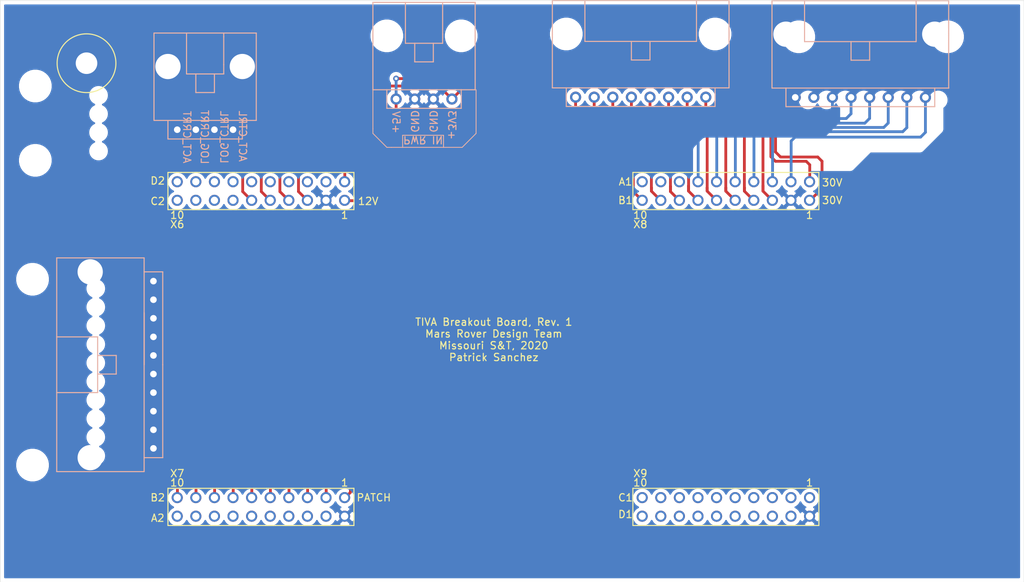
<source format=kicad_pcb>
(kicad_pcb (version 20171130) (host pcbnew "(5.1.4)-1")

  (general
    (thickness 1.6)
    (drawings 29)
    (tracks 211)
    (zones 0)
    (modules 7)
    (nets 78)
  )

  (page A4)
  (layers
    (0 F.Cu signal)
    (31 B.Cu signal)
    (32 B.Adhes user)
    (33 F.Adhes user)
    (34 B.Paste user)
    (35 F.Paste user)
    (36 B.SilkS user)
    (37 F.SilkS user)
    (38 B.Mask user)
    (39 F.Mask user)
    (40 Dwgs.User user)
    (41 Cmts.User user)
    (42 Eco1.User user)
    (43 Eco2.User user)
    (44 Edge.Cuts user)
    (45 Margin user)
    (46 B.CrtYd user)
    (47 F.CrtYd user)
    (48 B.Fab user)
    (49 F.Fab user)
  )

  (setup
    (last_trace_width 0.25)
    (user_trace_width 0.254)
    (user_trace_width 0.381)
    (trace_clearance 0.2)
    (zone_clearance 0.508)
    (zone_45_only no)
    (trace_min 0.2)
    (via_size 0.8)
    (via_drill 0.4)
    (via_min_size 0.4)
    (via_min_drill 0.3)
    (uvia_size 0.3)
    (uvia_drill 0.1)
    (uvias_allowed no)
    (uvia_min_size 0.2)
    (uvia_min_drill 0.1)
    (edge_width 0.05)
    (segment_width 0.2)
    (pcb_text_width 0.3)
    (pcb_text_size 1.5 1.5)
    (mod_edge_width 0.12)
    (mod_text_size 1 1)
    (mod_text_width 0.15)
    (pad_size 1.52 1.52)
    (pad_drill 1)
    (pad_to_mask_clearance 0.051)
    (solder_mask_min_width 0.25)
    (aux_axis_origin 0 0)
    (grid_origin 84.5312 146.431)
    (visible_elements 7FFFFFFF)
    (pcbplotparams
      (layerselection 0x010fc_ffffffff)
      (usegerberextensions false)
      (usegerberattributes false)
      (usegerberadvancedattributes false)
      (creategerberjobfile false)
      (excludeedgelayer true)
      (linewidth 0.100000)
      (plotframeref false)
      (viasonmask false)
      (mode 1)
      (useauxorigin false)
      (hpglpennumber 1)
      (hpglpenspeed 20)
      (hpglpendiameter 15.000000)
      (psnegative false)
      (psa4output false)
      (plotreference true)
      (plotvalue true)
      (plotinvisibletext false)
      (padsonsilk false)
      (subtractmaskfromsilk false)
      (outputformat 1)
      (mirror false)
      (drillshape 1)
      (scaleselection 1)
      (outputdirectory ""))
  )

  (net 0 "")
  (net 1 +5VA)
  (net 2 GND)
  (net 3 +3V3)
  (net 4 "Net-(U1-PadRese')")
  (net 5 "Net-(U1-PadRese)")
  (net 6 "Net-(12V_B2-Pad1)")
  (net 7 "Net-(12V_B2-Pad2)")
  (net 8 "Net-(12V_B2-Pad3)")
  (net 9 "Net-(12V_B2-Pad4)")
  (net 10 "Net-(Conn30V_L1-Pad1)")
  (net 11 "Net-(Conn30V_L1-Pad2)")
  (net 12 "Net-(Conn30V_L1-Pad3)")
  (net 13 "Net-(Conn30V_L1-Pad4)")
  (net 14 "Net-(Conn30V_L1-Pad5)")
  (net 15 "Net-(Conn30V_L1-Pad6)")
  (net 16 "Net-(Conn30V_L1-Pad7)")
  (net 17 "Net-(Conn30V_L1-Pad8)")
  (net 18 "Net-(Conn30V_R1-Pad8)")
  (net 19 "Net-(Conn30V_R1-Pad7)")
  (net 20 "Net-(Conn30V_R1-Pad6)")
  (net 21 "Net-(Conn30V_R1-Pad5)")
  (net 22 "Net-(Conn30V_R1-Pad4)")
  (net 23 "Net-(Conn30V_R1-Pad3)")
  (net 24 "Net-(Conn30V_R1-Pad2)")
  (net 25 "Net-(Conn30V_R1-Pad1)")
  (net 26 "Net-(U1-PadPM6)")
  (net 27 "Net-(U1-PadPQ1)")
  (net 28 "Net-(U1-PadPQ2)")
  (net 29 "Net-(U1-PadPQ3)")
  (net 30 "Net-(U1-PadPP3)")
  (net 31 "Net-(U1-PadPQ0)")
  (net 32 "Net-(U1-PadPA4)")
  (net 33 "Net-(U1-PadPA7)")
  (net 34 "Net-(U1-PadPN5)")
  (net 35 "Net-(U1-PadPK2)")
  (net 36 "Net-(U1-PadPK3)")
  (net 37 "Net-(U1-PadPA5)")
  (net 38 "Net-(U1-PadPD2)")
  (net 39 "Net-(U1-PadPP0)")
  (net 40 "Net-(U1-PadPP1)")
  (net 41 "Net-(U1-PadPD4)")
  (net 42 "Net-(U1-PadPD5)")
  (net 43 "Net-(U1-PadPP4)")
  (net 44 "Net-(U1-PadPN4)")
  (net 45 "Net-(U1-PadPM7)")
  (net 46 "Net-(U1-PadPP5)")
  (net 47 "Net-(U1-PadPC7)")
  (net 48 "Net-(U1-PadPB2)")
  (net 49 "Net-(U1-PadPB3)")
  (net 50 "Net-(U1-PadPM3)")
  (net 51 "Net-(U1-PadPH2)")
  (net 52 "Net-(U1-PadPH3)")
  (net 53 "Net-(U1-PadPD1)")
  (net 54 "Net-(U1-PadPD0)")
  (net 55 "Net-(U1-PadPN2)")
  (net 56 "Net-(U1-PadPN3)")
  (net 57 "Net-(U1-PadPP2)")
  (net 58 "Net-(ConnPCH_C2-Pad1)")
  (net 59 "Net-(ConnPCH_C2-Pad2)")
  (net 60 "Net-(ConnPCH_C2-Pad3)")
  (net 61 "Net-(ConnPCH_C2-Pad4)")
  (net 62 "Net-(ConnPCH_C2-Pad5)")
  (net 63 "Net-(ConnPCH_C2-Pad6)")
  (net 64 "Net-(ConnPCH_C2-Pad7)")
  (net 65 "Net-(ConnPCH_C2-Pad8)")
  (net 66 "Net-(ConnPCH_C2-Pad9)")
  (net 67 "Net-(ConnPCH_C2-Pad10)")
  (net 68 "Net-(U1-PadPF1)")
  (net 69 "Net-(U1-PadPF2)")
  (net 70 "Net-(U1-PadPF3)")
  (net 71 "Net-(U1-PadPG0)")
  (net 72 "Net-(U1-PadPL4)")
  (net 73 "Net-(U1-PadPL5)")
  (net 74 "Net-(U1-PadPL0)")
  (net 75 "Net-(U1-PadPL1)")
  (net 76 "Net-(U1-PadPL2)")
  (net 77 "Net-(U1-PadPL3)")

  (net_class Default "This is the default net class."
    (clearance 0.2)
    (trace_width 0.25)
    (via_dia 0.8)
    (via_drill 0.4)
    (uvia_dia 0.3)
    (uvia_drill 0.1)
    (add_net +3V3)
    (add_net +5VA)
    (add_net GND)
    (add_net "Net-(12V_B2-Pad1)")
    (add_net "Net-(12V_B2-Pad2)")
    (add_net "Net-(12V_B2-Pad3)")
    (add_net "Net-(12V_B2-Pad4)")
    (add_net "Net-(Conn30V_L1-Pad1)")
    (add_net "Net-(Conn30V_L1-Pad2)")
    (add_net "Net-(Conn30V_L1-Pad3)")
    (add_net "Net-(Conn30V_L1-Pad4)")
    (add_net "Net-(Conn30V_L1-Pad5)")
    (add_net "Net-(Conn30V_L1-Pad6)")
    (add_net "Net-(Conn30V_L1-Pad7)")
    (add_net "Net-(Conn30V_L1-Pad8)")
    (add_net "Net-(Conn30V_R1-Pad1)")
    (add_net "Net-(Conn30V_R1-Pad2)")
    (add_net "Net-(Conn30V_R1-Pad3)")
    (add_net "Net-(Conn30V_R1-Pad4)")
    (add_net "Net-(Conn30V_R1-Pad5)")
    (add_net "Net-(Conn30V_R1-Pad6)")
    (add_net "Net-(Conn30V_R1-Pad7)")
    (add_net "Net-(Conn30V_R1-Pad8)")
    (add_net "Net-(ConnPCH_C2-Pad1)")
    (add_net "Net-(ConnPCH_C2-Pad10)")
    (add_net "Net-(ConnPCH_C2-Pad2)")
    (add_net "Net-(ConnPCH_C2-Pad3)")
    (add_net "Net-(ConnPCH_C2-Pad4)")
    (add_net "Net-(ConnPCH_C2-Pad5)")
    (add_net "Net-(ConnPCH_C2-Pad6)")
    (add_net "Net-(ConnPCH_C2-Pad7)")
    (add_net "Net-(ConnPCH_C2-Pad8)")
    (add_net "Net-(ConnPCH_C2-Pad9)")
    (add_net "Net-(U1-PadPA4)")
    (add_net "Net-(U1-PadPA5)")
    (add_net "Net-(U1-PadPA7)")
    (add_net "Net-(U1-PadPB2)")
    (add_net "Net-(U1-PadPB3)")
    (add_net "Net-(U1-PadPC7)")
    (add_net "Net-(U1-PadPD0)")
    (add_net "Net-(U1-PadPD1)")
    (add_net "Net-(U1-PadPD2)")
    (add_net "Net-(U1-PadPD4)")
    (add_net "Net-(U1-PadPD5)")
    (add_net "Net-(U1-PadPF1)")
    (add_net "Net-(U1-PadPF2)")
    (add_net "Net-(U1-PadPF3)")
    (add_net "Net-(U1-PadPG0)")
    (add_net "Net-(U1-PadPH2)")
    (add_net "Net-(U1-PadPH3)")
    (add_net "Net-(U1-PadPK2)")
    (add_net "Net-(U1-PadPK3)")
    (add_net "Net-(U1-PadPL0)")
    (add_net "Net-(U1-PadPL1)")
    (add_net "Net-(U1-PadPL2)")
    (add_net "Net-(U1-PadPL3)")
    (add_net "Net-(U1-PadPL4)")
    (add_net "Net-(U1-PadPL5)")
    (add_net "Net-(U1-PadPM3)")
    (add_net "Net-(U1-PadPM6)")
    (add_net "Net-(U1-PadPM7)")
    (add_net "Net-(U1-PadPN2)")
    (add_net "Net-(U1-PadPN3)")
    (add_net "Net-(U1-PadPN4)")
    (add_net "Net-(U1-PadPN5)")
    (add_net "Net-(U1-PadPP0)")
    (add_net "Net-(U1-PadPP1)")
    (add_net "Net-(U1-PadPP2)")
    (add_net "Net-(U1-PadPP3)")
    (add_net "Net-(U1-PadPP4)")
    (add_net "Net-(U1-PadPP5)")
    (add_net "Net-(U1-PadPQ0)")
    (add_net "Net-(U1-PadPQ1)")
    (add_net "Net-(U1-PadPQ2)")
    (add_net "Net-(U1-PadPQ3)")
    (add_net "Net-(U1-PadRese')")
    (add_net "Net-(U1-PadRese)")
  )

  (module MRDT_Drill_Holes:4_40_Hole_Corner (layer F.Cu) (tedit 5AE4BA52) (tstamp 5DCE8810)
    (at 92.6592 83.439 90)
    (fp_text reference REF** (at 4.00812 -3.50812 90) (layer F.SilkS) hide
      (effects (font (size 1 1) (thickness 0.15)))
    )
    (fp_text value 4_40_Hole (at 4.00812 -4.50812 90) (layer F.Fab) hide
      (effects (font (size 1 1) (thickness 0.15)))
    )
    (fp_circle (center 4.00812 -4.00812) (end 4.00812 0.00508) (layer F.SilkS) (width 0.15))
    (fp_arc (start 4.0132 -4.0132) (end 4.0132 -8.0264) (angle 90) (layer F.Fab) (width 0.15))
    (fp_line (start 8.0264 -4.0132) (end 8.0264 0) (layer F.Fab) (width 0.15))
    (fp_line (start 4.0132 -8.0264) (end 0 -8.0264) (layer F.Fab) (width 0.15))
    (fp_line (start 0 -8.0264) (end 0 0) (layer F.Fab) (width 0.15))
    (fp_line (start 0 0) (end 8.0264 0) (layer F.Fab) (width 0.15))
    (pad "" np_thru_hole circle (at 4.00812 -4.00812 90) (size 2.9464 2.9464) (drill 2.9464) (layers *.Cu *.Mask))
  )

  (module MRDT_Shields:Tiva_Breakout (layer F.Cu) (tedit 5DCE0BFA) (tstamp 5DCE7C26)
    (at 107.3912 131.191)
    (path /5D8EFD0D)
    (fp_text reference U1 (at 35.56 -35.56) (layer F.SilkS) hide
      (effects (font (size 1 1) (thickness 0.15)))
    )
    (fp_text value TM4C129E_Launchpad (at 44.45 -35.56 180) (layer F.Fab) hide
      (effects (font (size 1 1) (thickness 0.15)))
    )
    (fp_text user 1 (at 80.01 5.588) (layer F.SilkS)
      (effects (font (size 1 1) (thickness 0.15)))
    )
    (fp_text user 10 (at 56.896 5.588) (layer F.SilkS)
      (effects (font (size 1 1) (thickness 0.15)))
    )
    (fp_text user 1 (at 80.01 -30.988) (layer F.SilkS)
      (effects (font (size 1 1) (thickness 0.15)))
    )
    (fp_text user 10 (at 56.896 -30.988) (layer F.SilkS)
      (effects (font (size 1 1) (thickness 0.15)))
    )
    (fp_text user 1 (at 16.51 5.588) (layer F.SilkS)
      (effects (font (size 1 1) (thickness 0.15)))
    )
    (fp_text user 10 (at -6.35 5.588) (layer F.SilkS)
      (effects (font (size 1 1) (thickness 0.15)))
    )
    (fp_text user 10 (at -6.35 -30.988) (layer F.SilkS)
      (effects (font (size 1 1) (thickness 0.15)))
    )
    (fp_text user 1 (at 16.51 -30.988) (layer F.SilkS)
      (effects (font (size 1 1) (thickness 0.15)))
    )
    (fp_text user X9 (at 56.896 4.318) (layer F.SilkS)
      (effects (font (size 1 1) (thickness 0.15)))
    )
    (fp_text user X8 (at 56.896 -29.718) (layer F.SilkS)
      (effects (font (size 1 1) (thickness 0.15)))
    )
    (fp_text user X7 (at -6.35 4.318) (layer F.SilkS)
      (effects (font (size 1 1) (thickness 0.15)))
    )
    (fp_text user X6 (at -6.35 -29.718 180) (layer F.SilkS)
      (effects (font (size 1 1) (thickness 0.15)))
    )
    (fp_text user C1 (at 54.864 7.62) (layer F.SilkS)
      (effects (font (size 1 1) (thickness 0.15)))
    )
    (fp_text user D1 (at 54.864 9.906) (layer F.SilkS)
      (effects (font (size 1 1) (thickness 0.15)))
    )
    (fp_text user C2 (at -9.017 -32.893 180) (layer F.SilkS)
      (effects (font (size 1 1) (thickness 0.15)))
    )
    (fp_text user D2 (at -9.017 -35.687) (layer F.SilkS)
      (effects (font (size 1 1) (thickness 0.15)))
    )
    (fp_text user B1 (at 54.864 -33.02) (layer F.SilkS)
      (effects (font (size 1 1) (thickness 0.15)))
    )
    (fp_text user A1 (at 54.864 -35.56) (layer F.SilkS)
      (effects (font (size 1 1) (thickness 0.15)))
    )
    (fp_text user B2 (at -9.017 7.62 180) (layer F.SilkS)
      (effects (font (size 1 1) (thickness 0.15)))
    )
    (fp_text user A2 (at -9.017 10.414 180) (layer F.SilkS)
      (effects (font (size 1 1) (thickness 0.15)))
    )
    (fp_line (start 55.88 -36.83) (end 55.88 -31.75) (layer F.SilkS) (width 0.15))
    (fp_line (start 55.88 -31.75) (end 81.28 -31.75) (layer F.SilkS) (width 0.15))
    (fp_line (start 81.28 -31.75) (end 81.28 -36.83) (layer F.SilkS) (width 0.15))
    (fp_line (start 81.28 -36.83) (end 55.88 -36.83) (layer F.SilkS) (width 0.15))
    (fp_line (start 55.88 6.35) (end 55.88 11.43) (layer F.SilkS) (width 0.15))
    (fp_line (start 55.88 11.43) (end 81.28 11.43) (layer F.SilkS) (width 0.15))
    (fp_line (start 81.28 11.43) (end 81.28 6.35) (layer F.SilkS) (width 0.15))
    (fp_line (start 81.28 6.35) (end 55.88 6.35) (layer F.SilkS) (width 0.15))
    (fp_line (start -7.62 -31.75) (end 17.78 -31.75) (layer F.SilkS) (width 0.15))
    (fp_line (start 17.78 6.35) (end -7.62 6.35) (layer F.SilkS) (width 0.15))
    (fp_line (start -7.62 -36.83) (end -7.62 -31.75) (layer F.SilkS) (width 0.15))
    (fp_line (start 17.78 -31.75) (end 17.78 -36.83) (layer F.SilkS) (width 0.15))
    (fp_line (start 17.78 -36.83) (end -7.62 -36.83) (layer F.SilkS) (width 0.15))
    (fp_line (start -7.62 6.35) (end -7.62 11.43) (layer F.SilkS) (width 0.15))
    (fp_line (start -7.62 11.43) (end 17.78 11.43) (layer F.SilkS) (width 0.15))
    (fp_line (start 17.78 11.43) (end 17.78 6.35) (layer F.SilkS) (width 0.15))
    (fp_line (start -22.86 -55.88) (end 91.44 -55.88) (layer F.Fab) (width 0.12))
    (fp_line (start 91.44 15.24) (end -22.86 15.24) (layer F.Fab) (width 0.12))
    (fp_line (start -22.86 -55.88) (end -22.86 15.24) (layer F.Fab) (width 0.12))
    (fp_line (start 91.44 15.24) (end 91.44 -55.88) (layer F.Fab) (width 0.12))
    (pad +3V3' thru_hole circle (at 16.51 -35.56) (size 1.52 1.52) (drill 1) (layers *.Cu *.Mask F.Paste)
      (net 3 +3V3))
    (pad PM6 thru_hole circle (at -6.35 10.16) (size 1.52 1.52) (drill 1) (layers *.Cu *.Mask F.Paste)
      (net 26 "Net-(U1-PadPM6)"))
    (pad PQ1 thru_hole circle (at -3.81 10.16) (size 1.52 1.52) (drill 1) (layers *.Cu *.Mask F.Paste)
      (net 27 "Net-(U1-PadPQ1)"))
    (pad PQ2 thru_hole circle (at 3.81 10.16) (size 1.52 1.52) (drill 1) (layers *.Cu *.Mask F.Paste)
      (net 28 "Net-(U1-PadPQ2)"))
    (pad PK0 thru_hole circle (at 6.35 -33.02) (size 1.52 1.52) (drill 1) (layers *.Cu *.Mask F.Paste)
      (net 8 "Net-(12V_B2-Pad3)"))
    (pad PQ3 thru_hole circle (at 1.27 10.16) (size 1.52 1.52) (drill 1) (layers *.Cu *.Mask F.Paste)
      (net 29 "Net-(U1-PadPQ3)"))
    (pad PP3 thru_hole circle (at -1.27 10.16) (size 1.52 1.52) (drill 1) (layers *.Cu *.Mask F.Paste)
      (net 30 "Net-(U1-PadPP3)"))
    (pad PQ0 thru_hole circle (at 1.27 -35.56) (size 1.52 1.52) (drill 1) (layers *.Cu *.Mask F.Paste)
      (net 31 "Net-(U1-PadPQ0)"))
    (pad PA4 thru_hole circle (at -3.81 -33.02) (size 1.52 1.52) (drill 1) (layers *.Cu *.Mask F.Paste)
      (net 32 "Net-(U1-PadPA4)"))
    (pad Rese' thru_hole circle (at 6.35 10.16) (size 1.52 1.52) (drill 1) (layers *.Cu *.Mask F.Paste)
      (net 4 "Net-(U1-PadRese')"))
    (pad PA7 thru_hole circle (at 8.89 10.16) (size 1.52 1.52) (drill 1) (layers *.Cu *.Mask F.Paste)
      (net 33 "Net-(U1-PadPA7)"))
    (pad PN5 thru_hole circle (at -3.81 -35.56) (size 1.52 1.52) (drill 1) (layers *.Cu *.Mask F.Paste)
      (net 34 "Net-(U1-PadPN5)"))
    (pad PK2 thru_hole circle (at 1.27 -33.02) (size 1.52 1.52) (drill 1) (layers *.Cu *.Mask F.Paste)
      (net 35 "Net-(U1-PadPK2)"))
    (pad PK1 thru_hole circle (at 3.81 -33.02) (size 1.52 1.52) (drill 1) (layers *.Cu *.Mask F.Paste)
      (net 9 "Net-(12V_B2-Pad4)"))
    (pad +5V' thru_hole circle (at 16.51 -33.02) (size 1.52 1.52) (drill 1) (layers *.Cu *.Mask F.Paste)
      (net 1 +5VA))
    (pad GND thru_hole circle (at 13.97 -33.02) (size 1.52 1.52) (drill 1) (layers *.Cu *.Mask F.Paste)
      (net 2 GND))
    (pad PB4 thru_hole circle (at 11.43 -33.02) (size 1.52 1.52) (drill 1) (layers *.Cu *.Mask F.Paste)
      (net 6 "Net-(12V_B2-Pad1)"))
    (pad PB5 thru_hole circle (at 8.89 -33.02) (size 1.52 1.52) (drill 1) (layers *.Cu *.Mask F.Paste)
      (net 7 "Net-(12V_B2-Pad2)"))
    (pad PK3 thru_hole circle (at -1.27 -33.02) (size 1.52 1.52) (drill 1) (layers *.Cu *.Mask F.Paste)
      (net 36 "Net-(U1-PadPK3)"))
    (pad PA5 thru_hole circle (at -6.35 -33.02) (size 1.52 1.52) (drill 1) (layers *.Cu *.Mask F.Paste)
      (net 37 "Net-(U1-PadPA5)"))
    (pad PD2 thru_hole circle (at 13.97 -35.56) (size 1.52 1.52) (drill 1) (layers *.Cu *.Mask F.Paste)
      (net 38 "Net-(U1-PadPD2)"))
    (pad PP0 thru_hole circle (at 11.43 -35.56) (size 1.52 1.52) (drill 1) (layers *.Cu *.Mask F.Paste)
      (net 39 "Net-(U1-PadPP0)"))
    (pad PP1 thru_hole circle (at 8.89 -35.56) (size 1.52 1.52) (drill 1) (layers *.Cu *.Mask F.Paste)
      (net 40 "Net-(U1-PadPP1)"))
    (pad PD4 thru_hole circle (at 6.35 -35.56) (size 1.52 1.52) (drill 1) (layers *.Cu *.Mask F.Paste)
      (net 41 "Net-(U1-PadPD4)"))
    (pad PD5 thru_hole circle (at 3.81 -35.56) (size 1.52 1.52) (drill 1) (layers *.Cu *.Mask F.Paste)
      (net 42 "Net-(U1-PadPD5)"))
    (pad PP4 thru_hole circle (at -1.27 -35.56) (size 1.52 1.52) (drill 1) (layers *.Cu *.Mask F.Paste)
      (net 43 "Net-(U1-PadPP4)"))
    (pad PN4 thru_hole circle (at -6.35 -35.56) (size 1.52 1.52) (drill 1) (layers *.Cu *.Mask F.Paste)
      (net 44 "Net-(U1-PadPN4)"))
    (pad PG1 thru_hole circle (at 16.51 7.62) (size 1.52 1.52) (drill 1) (layers *.Cu *.Mask F.Paste)
      (net 58 "Net-(ConnPCH_C2-Pad1)"))
    (pad PK4 thru_hole circle (at 13.97 7.62) (size 1.52 1.52) (drill 1) (layers *.Cu *.Mask F.Paste)
      (net 59 "Net-(ConnPCH_C2-Pad2)"))
    (pad PK5 thru_hole circle (at 11.43 7.62) (size 1.52 1.52) (drill 1) (layers *.Cu *.Mask F.Paste)
      (net 60 "Net-(ConnPCH_C2-Pad3)"))
    (pad PM0 thru_hole circle (at 8.89 7.62) (size 1.52 1.52) (drill 1) (layers *.Cu *.Mask F.Paste)
      (net 61 "Net-(ConnPCH_C2-Pad4)"))
    (pad PM1 thru_hole circle (at 6.35 7.62) (size 1.52 1.52) (drill 1) (layers *.Cu *.Mask F.Paste)
      (net 62 "Net-(ConnPCH_C2-Pad5)"))
    (pad PM2 thru_hole circle (at 3.81 7.62) (size 1.52 1.52) (drill 1) (layers *.Cu *.Mask F.Paste)
      (net 63 "Net-(ConnPCH_C2-Pad6)"))
    (pad PH0 thru_hole circle (at 1.27 7.62) (size 1.52 1.52) (drill 1) (layers *.Cu *.Mask F.Paste)
      (net 64 "Net-(ConnPCH_C2-Pad7)"))
    (pad PH1 thru_hole circle (at -1.27 7.62) (size 1.52 1.52) (drill 1) (layers *.Cu *.Mask F.Paste)
      (net 65 "Net-(ConnPCH_C2-Pad8)"))
    (pad PK6 thru_hole circle (at -3.81 7.62) (size 1.52 1.52) (drill 1) (layers *.Cu *.Mask F.Paste)
      (net 66 "Net-(ConnPCH_C2-Pad9)"))
    (pad PK7 thru_hole circle (at -6.35 7.62) (size 1.52 1.52) (drill 1) (layers *.Cu *.Mask F.Paste)
      (net 67 "Net-(ConnPCH_C2-Pad10)"))
    (pad GND thru_hole circle (at 16.51 10.16) (size 1.52 1.52) (drill 1) (layers *.Cu *.Mask F.Paste)
      (net 2 GND))
    (pad PM7 thru_hole circle (at 13.97 10.16) (size 1.52 1.52) (drill 1) (layers *.Cu *.Mask F.Paste)
      (net 45 "Net-(U1-PadPM7)"))
    (pad PP5 thru_hole circle (at 11.43 10.16) (size 1.52 1.52) (drill 1) (layers *.Cu *.Mask F.Paste)
      (net 46 "Net-(U1-PadPP5)"))
    (pad +5V thru_hole circle (at 80.01 -33.02) (size 1.52 1.52) (drill 1) (layers *.Cu *.Mask F.Paste)
      (net 1 +5VA))
    (pad GND thru_hole circle (at 77.47 -33.02) (size 1.52 1.52) (drill 1) (layers *.Cu *.Mask F.Paste)
      (net 2 GND))
    (pad PE0 thru_hole circle (at 74.93 -33.02) (size 1.52 1.52) (drill 1) (layers *.Cu *.Mask F.Paste)
      (net 25 "Net-(Conn30V_R1-Pad1)"))
    (pad PE1 thru_hole circle (at 72.39 -33.02) (size 1.52 1.52) (drill 1) (layers *.Cu *.Mask F.Paste)
      (net 24 "Net-(Conn30V_R1-Pad2)"))
    (pad PE2 thru_hole circle (at 69.85 -33.02) (size 1.52 1.52) (drill 1) (layers *.Cu *.Mask F.Paste)
      (net 23 "Net-(Conn30V_R1-Pad3)"))
    (pad PE3 thru_hole circle (at 67.31 -33.02) (size 1.52 1.52) (drill 1) (layers *.Cu *.Mask F.Paste)
      (net 22 "Net-(Conn30V_R1-Pad4)"))
    (pad PD7 thru_hole circle (at 64.77 -33.02) (size 1.52 1.52) (drill 1) (layers *.Cu *.Mask F.Paste)
      (net 21 "Net-(Conn30V_R1-Pad5)"))
    (pad PA6 thru_hole circle (at 62.23 -33.02) (size 1.52 1.52) (drill 1) (layers *.Cu *.Mask F.Paste)
      (net 20 "Net-(Conn30V_R1-Pad6)"))
    (pad PM4 thru_hole circle (at 59.69 -33.02) (size 1.52 1.52) (drill 1) (layers *.Cu *.Mask F.Paste)
      (net 19 "Net-(Conn30V_R1-Pad7)"))
    (pad PM5 thru_hole circle (at 57.15 -33.02) (size 1.52 1.52) (drill 1) (layers *.Cu *.Mask F.Paste)
      (net 18 "Net-(Conn30V_R1-Pad8)"))
    (pad +3V3 thru_hole circle (at 80.01 -35.56) (size 1.52 1.52) (drill 1) (layers *.Cu *.Mask F.Paste)
      (net 3 +3V3))
    (pad PE4 thru_hole circle (at 77.47 -35.56) (size 1.52 1.52) (drill 1) (layers *.Cu *.Mask F.Paste)
      (net 10 "Net-(Conn30V_L1-Pad1)"))
    (pad PC4 thru_hole circle (at 74.93 -35.56) (size 1.52 1.52) (drill 1) (layers *.Cu *.Mask F.Paste)
      (net 11 "Net-(Conn30V_L1-Pad2)"))
    (pad PC5 thru_hole circle (at 72.39 -35.56) (size 1.52 1.52) (drill 1) (layers *.Cu *.Mask F.Paste)
      (net 12 "Net-(Conn30V_L1-Pad3)"))
    (pad PC6 thru_hole circle (at 69.85 -35.56) (size 1.52 1.52) (drill 1) (layers *.Cu *.Mask F.Paste)
      (net 13 "Net-(Conn30V_L1-Pad4)"))
    (pad PE5 thru_hole circle (at 67.31 -35.56) (size 1.52 1.52) (drill 1) (layers *.Cu *.Mask F.Paste)
      (net 14 "Net-(Conn30V_L1-Pad5)"))
    (pad PD3 thru_hole circle (at 64.77 -35.56) (size 1.52 1.52) (drill 1) (layers *.Cu *.Mask F.Paste)
      (net 15 "Net-(Conn30V_L1-Pad6)"))
    (pad PC7 thru_hole circle (at 62.23 -35.56) (size 1.52 1.52) (drill 1) (layers *.Cu *.Mask F.Paste)
      (net 47 "Net-(U1-PadPC7)"))
    (pad PB2 thru_hole circle (at 59.69 -35.56) (size 1.52 1.52) (drill 1) (layers *.Cu *.Mask F.Paste)
      (net 48 "Net-(U1-PadPB2)"))
    (pad PB3 thru_hole circle (at 57.15 -35.56) (size 1.52 1.52) (drill 1) (layers *.Cu *.Mask F.Paste)
      (net 49 "Net-(U1-PadPB3)"))
    (pad PF1 thru_hole circle (at 80.01 7.62) (size 1.52 1.52) (drill 1) (layers *.Cu *.Mask F.Paste)
      (net 68 "Net-(U1-PadPF1)"))
    (pad PF2 thru_hole circle (at 77.47 7.62) (size 1.52 1.52) (drill 1) (layers *.Cu *.Mask F.Paste)
      (net 69 "Net-(U1-PadPF2)"))
    (pad PF3 thru_hole circle (at 74.93 7.62) (size 1.52 1.52) (drill 1) (layers *.Cu *.Mask F.Paste)
      (net 70 "Net-(U1-PadPF3)"))
    (pad PG0 thru_hole circle (at 72.39 7.62) (size 1.52 1.52) (drill 1) (layers *.Cu *.Mask F.Paste)
      (net 71 "Net-(U1-PadPG0)"))
    (pad PL4 thru_hole circle (at 69.85 7.62) (size 1.52 1.52) (drill 1) (layers *.Cu *.Mask F.Paste)
      (net 72 "Net-(U1-PadPL4)"))
    (pad PL5 thru_hole circle (at 67.31 7.62) (size 1.52 1.52) (drill 1) (layers *.Cu *.Mask F.Paste)
      (net 73 "Net-(U1-PadPL5)"))
    (pad PL0 thru_hole circle (at 64.77 7.62) (size 1.52 1.52) (drill 1) (layers *.Cu *.Mask F.Paste)
      (net 74 "Net-(U1-PadPL0)"))
    (pad PL1 thru_hole circle (at 62.23 7.62) (size 1.52 1.52) (drill 1) (layers *.Cu *.Mask F.Paste)
      (net 75 "Net-(U1-PadPL1)"))
    (pad PL2 thru_hole circle (at 59.69 7.62) (size 1.52 1.52) (drill 1) (layers *.Cu *.Mask F.Paste)
      (net 76 "Net-(U1-PadPL2)"))
    (pad PL3 thru_hole circle (at 57.15 7.62) (size 1.52 1.52) (drill 1) (layers *.Cu *.Mask F.Paste)
      (net 77 "Net-(U1-PadPL3)"))
    (pad GND thru_hole circle (at 80.01 10.16) (size 1.52 1.52) (drill 1) (layers *.Cu *.Mask F.Paste)
      (net 2 GND))
    (pad PM3 thru_hole circle (at 77.47 10.16) (size 1.52 1.52) (drill 1) (layers *.Cu *.Mask F.Paste)
      (net 50 "Net-(U1-PadPM3)"))
    (pad PH2 thru_hole circle (at 74.93 10.16) (size 1.52 1.52) (drill 1) (layers *.Cu *.Mask F.Paste)
      (net 51 "Net-(U1-PadPH2)"))
    (pad PH3 thru_hole circle (at 72.39 10.16) (size 1.52 1.52) (drill 1) (layers *.Cu *.Mask F.Paste)
      (net 52 "Net-(U1-PadPH3)"))
    (pad Rese thru_hole circle (at 69.85 10.16) (size 1.52 1.52) (drill 1) (layers *.Cu *.Mask F.Paste)
      (net 5 "Net-(U1-PadRese)"))
    (pad PD1 thru_hole circle (at 67.31 10.16) (size 1.52 1.52) (drill 1) (layers *.Cu *.Mask F.Paste)
      (net 53 "Net-(U1-PadPD1)"))
    (pad PD0 thru_hole circle (at 64.77 10.16) (size 1.52 1.52) (drill 1) (layers *.Cu *.Mask F.Paste)
      (net 54 "Net-(U1-PadPD0)"))
    (pad PN2 thru_hole circle (at 62.23 10.16) (size 1.52 1.52) (drill 1) (layers *.Cu *.Mask F.Paste)
      (net 55 "Net-(U1-PadPN2)"))
    (pad PN3 thru_hole circle (at 59.69 10.16) (size 1.52 1.52) (drill 1) (layers *.Cu *.Mask F.Paste)
      (net 56 "Net-(U1-PadPN3)"))
    (pad PP2 thru_hole circle (at 57.15 10.16) (size 1.52 1.52) (drill 1) (layers *.Cu *.Mask F.Paste)
      (net 57 "Net-(U1-PadPP2)"))
    (model ${KISYS3DMOD}/Pin_Headers.3dshapes/Pin_Header_Straight_2x10_Pitch2.54mm.step
      (offset (xyz 64.7699990272522 44.44999933242798 0))
      (scale (xyz 1 1 1))
      (rotate (xyz 0 0 -90))
    )
    (model ${KISYS3DMOD}/Pin_Headers.3dshapes/Pin_Header_Straight_2x10_Pitch2.54mm.step
      (offset (xyz 1.269999980926514 44.44999933242798 0))
      (scale (xyz 1 1 1))
      (rotate (xyz 0 0 -90))
    )
    (model ${KISYS3DMOD}/Pin_Headers.3dshapes/Pin_Header_Straight_2x10_Pitch2.54mm.step
      (offset (xyz 64.7699990272522 1.269999980926514 0))
      (scale (xyz 1 1 1))
      (rotate (xyz 0 0 -90))
    )
    (model ${KISYS3DMOD}/Pin_Headers.3dshapes/Pin_Header_Straight_2x10_Pitch2.54mm.step
      (offset (xyz 1.269999980926514 1.269999980926514 0))
      (scale (xyz 1 1 1))
      (rotate (xyz 0 0 -90))
    )
    (model "${MRDT_KICAD_LIBRARIES}/3D Files/MRDT_Shields/TM4C129_Launchpad.stp"
      (offset (xyz 0 0.15 11))
      (scale (xyz 1 1 1))
      (rotate (xyz 0 0 0))
    )
  )

  (module MRDT_Connectors:MOLEX_SL_10_Horizontal (layer B.Cu) (tedit 5C22EB85) (tstamp 5D8EA8A9)
    (at 97.79 120.65 270)
    (path /5D908EEE)
    (fp_text reference ConnPCH_C2 (at 5.842 2.413 90) (layer B.SilkS) hide
      (effects (font (size 1 1) (thickness 0.15)) (justify mirror))
    )
    (fp_text value Molex_SL_10 (at -4.572 2.413 90) (layer B.Fab) hide
      (effects (font (size 1 1) (thickness 0.15)) (justify mirror))
    )
    (fp_line (start -3.81 7.62) (end -3.81 13.208) (layer B.SilkS) (width 0.15))
    (fp_line (start 3.81 7.62) (end 3.81 13.208) (layer B.SilkS) (width 0.15))
    (fp_line (start 0 -1.27) (end 12.7 -1.27) (layer B.SilkS) (width 0.15))
    (fp_line (start 12.7 1.27) (end -7.112 1.27) (layer B.SilkS) (width 0.15))
    (fp_line (start -14.605 13.208) (end 14.605 13.208) (layer B.SilkS) (width 0.15))
    (fp_line (start -14.605 1.27) (end -14.605 13.208) (layer B.SilkS) (width 0.15))
    (fp_line (start 14.605 1.27) (end 14.605 13.208) (layer B.SilkS) (width 0.15))
    (fp_line (start 12.7 1.27) (end 14.605 1.27) (layer B.SilkS) (width 0.15))
    (fp_line (start -12.7 1.27) (end -14.605 1.27) (layer B.SilkS) (width 0.15))
    (fp_line (start -3.81 7.62) (end 3.81 7.62) (layer B.SilkS) (width 0.15))
    (fp_line (start -1.27 7.62) (end -1.27 5.08) (layer B.SilkS) (width 0.15))
    (fp_line (start -1.27 5.08) (end 1.27 5.08) (layer B.SilkS) (width 0.15))
    (fp_line (start 1.27 5.08) (end 1.27 7.62) (layer B.SilkS) (width 0.15))
    (fp_line (start -12.7 1.27) (end 0 1.27) (layer B.SilkS) (width 0.15))
    (fp_line (start 12.7 1.27) (end 12.7 -1.27) (layer B.SilkS) (width 0.15))
    (fp_line (start 0 -1.27) (end -12.7 -1.27) (layer B.SilkS) (width 0.15))
    (fp_line (start -12.7 -1.27) (end -12.7 1.27) (layer B.SilkS) (width 0.15))
    (pad 1 thru_hole circle (at -11.43 0 270) (size 1.524 1.524) (drill 0.9) (layers *.Cu *.Mask)
      (net 58 "Net-(ConnPCH_C2-Pad1)"))
    (pad 2 thru_hole circle (at -8.89 0 270) (size 1.524 1.524) (drill 0.9) (layers *.Cu *.Mask)
      (net 59 "Net-(ConnPCH_C2-Pad2)"))
    (pad 3 thru_hole circle (at -6.35 0 270) (size 1.524 1.524) (drill 0.9) (layers *.Cu *.Mask)
      (net 60 "Net-(ConnPCH_C2-Pad3)"))
    (pad 4 thru_hole circle (at -3.81 0 270) (size 1.524 1.524) (drill 0.9) (layers *.Cu *.Mask)
      (net 61 "Net-(ConnPCH_C2-Pad4)"))
    (pad 5 thru_hole circle (at -1.27 0 270) (size 1.524 1.524) (drill 0.9) (layers *.Cu *.Mask)
      (net 62 "Net-(ConnPCH_C2-Pad5)"))
    (pad "" np_thru_hole circle (at -12.7 8.636 270) (size 3.45 3.45) (drill 3.45) (layers *.Cu *.Mask))
    (pad "" np_thru_hole circle (at 12.7 8.636 270) (size 3.45 3.45) (drill 3.45) (layers *.Cu *.Mask))
    (pad 6 thru_hole circle (at 1.27 0 270) (size 1.524 1.524) (drill 0.9) (layers *.Cu *.Mask)
      (net 63 "Net-(ConnPCH_C2-Pad6)"))
    (pad 7 thru_hole circle (at 3.81 0 270) (size 1.524 1.524) (drill 0.9) (layers *.Cu *.Mask)
      (net 64 "Net-(ConnPCH_C2-Pad7)"))
    (pad 8 thru_hole circle (at 6.35 0 270) (size 1.524 1.524) (drill 0.9) (layers *.Cu *.Mask)
      (net 65 "Net-(ConnPCH_C2-Pad8)"))
    (pad 9 thru_hole circle (at 8.89 0 270) (size 1.524 1.524) (drill 0.9) (layers *.Cu *.Mask)
      (net 66 "Net-(ConnPCH_C2-Pad9)"))
    (pad 10 thru_hole circle (at 11.43 0 270) (size 1.524 1.524) (drill 0.9) (layers *.Cu *.Mask)
      (net 67 "Net-(ConnPCH_C2-Pad10)"))
    (model "${MRDT_KICAD_LIBRARIES}/3D Files/MRDT_Connctors/Molex_SL_10_Horizontal.stp"
      (offset (xyz 13.96999979019165 12.95399980545044 0))
      (scale (xyz 1 1 1))
      (rotate (xyz 0 0 180))
    )
  )

  (module MRDT_Connectors:MOLEX_SL_04_Horizontal (layer B.Cu) (tedit 5C675A73) (tstamp 5D8EB6C5)
    (at 134.747 84.328 180)
    (path /5D9064E6)
    (fp_text reference ConnIN1 (at -1.397 4.064) (layer B.SilkS) hide
      (effects (font (size 1 1) (thickness 0.15)) (justify mirror))
    )
    (fp_text value Molex_SL_04 (at -1.524 2.286) (layer B.Fab) hide
      (effects (font (size 1 1) (thickness 0.15)) (justify mirror))
    )
    (fp_line (start -6.985 13.208) (end 6.985 13.208) (layer B.SilkS) (width 0.15))
    (fp_line (start -2.54 7.62) (end 2.54 7.62) (layer B.SilkS) (width 0.15))
    (fp_line (start 1.27 7.62) (end 1.27 5.08) (layer B.SilkS) (width 0.15))
    (fp_line (start 1.27 5.08) (end -1.27 5.08) (layer B.SilkS) (width 0.15))
    (fp_line (start 2.54 13.208) (end 2.54 7.62) (layer B.SilkS) (width 0.15))
    (fp_line (start 6.985 1.27) (end 6.985 13.208) (layer B.SilkS) (width 0.15))
    (fp_line (start 5.08 -1.27) (end -5.08 -1.27) (layer B.SilkS) (width 0.15))
    (fp_line (start -2.54 13.208) (end -2.54 12.7) (layer B.SilkS) (width 0.15))
    (fp_line (start -6.985 1.27) (end -6.985 13.208) (layer B.SilkS) (width 0.15))
    (fp_line (start -5.08 1.27) (end -6.985 1.27) (layer B.SilkS) (width 0.15))
    (fp_line (start -2.54 8.89) (end -2.54 7.62) (layer B.SilkS) (width 0.15))
    (fp_line (start -2.54 8.89) (end -2.54 12.7) (layer B.SilkS) (width 0.15))
    (fp_line (start -1.27 7.62) (end -1.27 5.08) (layer B.SilkS) (width 0.15))
    (fp_line (start -5.08 1.27) (end 6.985 1.27) (layer B.SilkS) (width 0.15))
    (fp_line (start 5.08 1.27) (end 5.08 -1.27) (layer B.SilkS) (width 0.15))
    (fp_line (start -5.08 -1.27) (end -5.08 1.27) (layer B.SilkS) (width 0.15))
    (pad 1 thru_hole circle (at -3.81 0 180) (size 1.524 1.524) (drill 0.9) (layers *.Cu *.Mask)
      (net 3 +3V3))
    (pad 2 thru_hole circle (at -1.27 0 180) (size 1.524 1.524) (drill 0.9) (layers *.Cu *.Mask)
      (net 2 GND))
    (pad 3 thru_hole circle (at 1.27 0 180) (size 1.524 1.524) (drill 0.9) (layers *.Cu *.Mask)
      (net 2 GND))
    (pad 4 thru_hole circle (at 3.81 0 180) (size 1.524 1.524) (drill 0.9) (layers *.Cu *.Mask)
      (net 1 +5VA))
    (pad "" np_thru_hole circle (at -5.08 8.636 180) (size 3.45 3.45) (drill 3.45) (layers *.Cu *.Mask))
    (pad "" np_thru_hole circle (at 5.08 8.636 180) (size 3.45 3.45) (drill 3.45) (layers *.Cu *.Mask))
    (model "${MRDT_KICAD_LIBRARIES}/3D Files/MRDT_Connctors/Molex_SL_04_Horizontal.stp"
      (offset (xyz 6.349999904632568 12.95399980545044 0))
      (scale (xyz 1 1 1))
      (rotate (xyz 0 0 180))
    )
  )

  (module MRDT_Connectors:MOLEX_SL_04_Horizontal (layer B.Cu) (tedit 5C675A73) (tstamp 5DCE8A3B)
    (at 104.8512 88.519 180)
    (path /5DC19990)
    (fp_text reference 12V_B2 (at -2.54 -2.54) (layer B.SilkS) hide
      (effects (font (size 1 1) (thickness 0.15)) (justify mirror))
    )
    (fp_text value Molex_SL_04 (at -0.635 -2.032) (layer B.Fab)
      (effects (font (size 1 1) (thickness 0.15)) (justify mirror))
    )
    (fp_line (start -6.985 13.208) (end 6.985 13.208) (layer B.SilkS) (width 0.15))
    (fp_line (start -2.54 7.62) (end 2.54 7.62) (layer B.SilkS) (width 0.15))
    (fp_line (start 1.27 7.62) (end 1.27 5.08) (layer B.SilkS) (width 0.15))
    (fp_line (start 1.27 5.08) (end -1.27 5.08) (layer B.SilkS) (width 0.15))
    (fp_line (start 2.54 13.208) (end 2.54 7.62) (layer B.SilkS) (width 0.15))
    (fp_line (start 6.985 1.27) (end 6.985 13.208) (layer B.SilkS) (width 0.15))
    (fp_line (start 5.08 -1.27) (end -5.08 -1.27) (layer B.SilkS) (width 0.15))
    (fp_line (start -2.54 13.208) (end -2.54 12.7) (layer B.SilkS) (width 0.15))
    (fp_line (start -6.985 1.27) (end -6.985 13.208) (layer B.SilkS) (width 0.15))
    (fp_line (start -5.08 1.27) (end -6.985 1.27) (layer B.SilkS) (width 0.15))
    (fp_line (start -2.54 8.89) (end -2.54 7.62) (layer B.SilkS) (width 0.15))
    (fp_line (start -2.54 8.89) (end -2.54 12.7) (layer B.SilkS) (width 0.15))
    (fp_line (start -1.27 7.62) (end -1.27 5.08) (layer B.SilkS) (width 0.15))
    (fp_line (start -5.08 1.27) (end 6.985 1.27) (layer B.SilkS) (width 0.15))
    (fp_line (start 5.08 1.27) (end 5.08 -1.27) (layer B.SilkS) (width 0.15))
    (fp_line (start -5.08 -1.27) (end -5.08 1.27) (layer B.SilkS) (width 0.15))
    (pad 1 thru_hole circle (at -3.81 0 180) (size 1.524 1.524) (drill 0.9) (layers *.Cu *.Mask)
      (net 6 "Net-(12V_B2-Pad1)"))
    (pad 2 thru_hole circle (at -1.27 0 180) (size 1.524 1.524) (drill 0.9) (layers *.Cu *.Mask)
      (net 7 "Net-(12V_B2-Pad2)"))
    (pad 3 thru_hole circle (at 1.27 0 180) (size 1.524 1.524) (drill 0.9) (layers *.Cu *.Mask)
      (net 8 "Net-(12V_B2-Pad3)"))
    (pad 4 thru_hole circle (at 3.81 0 180) (size 1.524 1.524) (drill 0.9) (layers *.Cu *.Mask)
      (net 9 "Net-(12V_B2-Pad4)"))
    (pad "" np_thru_hole circle (at -5.08 8.636 180) (size 3.45 3.45) (drill 3.45) (layers *.Cu *.Mask))
    (pad "" np_thru_hole circle (at 5.08 8.636 180) (size 3.45 3.45) (drill 3.45) (layers *.Cu *.Mask))
    (model "${MRDT_KICAD_LIBRARIES}/3D Files/MRDT_Connctors/Molex_SL_04_Horizontal.stp"
      (offset (xyz 6.349999904632568 12.95399980545044 0))
      (scale (xyz 1 1 1))
      (rotate (xyz 0 0 180))
    )
  )

  (module MRDT_Connectors:MOLEX_SL_08_Horizontal (layer B.Cu) (tedit 5C22EB39) (tstamp 5DCDCA38)
    (at 194.3354 84.0994 180)
    (path /5DCE1DDF)
    (fp_text reference Conn30V_L1 (at -7.62 -2.54) (layer B.SilkS) hide
      (effects (font (size 1 1) (thickness 0.15)) (justify mirror))
    )
    (fp_text value Molex_SL_08 (at 0 -2.54) (layer B.Fab)
      (effects (font (size 1 1) (thickness 0.15)) (justify mirror))
    )
    (fp_line (start -12.065 1.27) (end 12.065 1.27) (layer B.SilkS) (width 0.15))
    (fp_line (start -7.62 13.208) (end -7.62 12.7) (layer B.SilkS) (width 0.15))
    (fp_line (start -12.065 13.208) (end 12.065 13.208) (layer B.SilkS) (width 0.15))
    (fp_line (start -12.065 1.27) (end -12.065 13.208) (layer B.SilkS) (width 0.15))
    (fp_line (start 12.065 1.27) (end 12.065 13.208) (layer B.SilkS) (width 0.15))
    (fp_line (start -12.06 1.27) (end -12.065 1.27) (layer B.SilkS) (width 0.15))
    (fp_line (start -7.62 8.89) (end -7.62 7.62) (layer B.SilkS) (width 0.15))
    (fp_line (start -7.62 7.62) (end 7.62 7.62) (layer B.SilkS) (width 0.15))
    (fp_line (start 7.62 7.62) (end 7.62 13.208) (layer B.SilkS) (width 0.15))
    (fp_line (start -7.62 8.89) (end -7.62 12.7) (layer B.SilkS) (width 0.15))
    (fp_line (start -1.27 7.62) (end -1.27 5.08) (layer B.SilkS) (width 0.15))
    (fp_line (start -1.27 5.08) (end 1.27 5.08) (layer B.SilkS) (width 0.15))
    (fp_line (start 1.27 5.08) (end 1.27 7.62) (layer B.SilkS) (width 0.15))
    (fp_line (start 10.16 1.27) (end 10.16 -1.27) (layer B.SilkS) (width 0.15))
    (fp_line (start 10.16 -1.27) (end -10.16 -1.27) (layer B.SilkS) (width 0.15))
    (fp_line (start -10.16 -1.27) (end -10.16 1.27) (layer B.SilkS) (width 0.15))
    (pad 1 thru_hole circle (at -8.89 0 180) (size 1.524 1.524) (drill 0.9) (layers *.Cu *.Mask)
      (net 10 "Net-(Conn30V_L1-Pad1)"))
    (pad 2 thru_hole circle (at -6.35 0 180) (size 1.524 1.524) (drill 0.9) (layers *.Cu *.Mask)
      (net 11 "Net-(Conn30V_L1-Pad2)"))
    (pad 3 thru_hole circle (at -3.81 0 180) (size 1.524 1.524) (drill 0.9) (layers *.Cu *.Mask)
      (net 12 "Net-(Conn30V_L1-Pad3)"))
    (pad 4 thru_hole circle (at -1.27 0 180) (size 1.524 1.524) (drill 0.9) (layers *.Cu *.Mask)
      (net 13 "Net-(Conn30V_L1-Pad4)"))
    (pad 5 thru_hole circle (at 1.27 0 180) (size 1.524 1.524) (drill 0.9) (layers *.Cu *.Mask)
      (net 14 "Net-(Conn30V_L1-Pad5)"))
    (pad "" np_thru_hole circle (at -10.16 8.636 180) (size 3.45 3.45) (drill 3.45) (layers *.Cu *.Mask))
    (pad "" np_thru_hole circle (at 10.16 8.636 180) (size 3.45 3.45) (drill 3.45) (layers *.Cu *.Mask))
    (pad 6 thru_hole circle (at 3.81 0 180) (size 1.524 1.524) (drill 0.9) (layers *.Cu *.Mask)
      (net 15 "Net-(Conn30V_L1-Pad6)"))
    (pad 7 thru_hole circle (at 6.35 0 180) (size 1.524 1.524) (drill 0.9) (layers *.Cu *.Mask)
      (net 16 "Net-(Conn30V_L1-Pad7)"))
    (pad 8 thru_hole circle (at 8.89 0 180) (size 1.524 1.524) (drill 0.9) (layers *.Cu *.Mask)
      (net 17 "Net-(Conn30V_L1-Pad8)"))
    (model "${MRDT_KICAD_LIBRARIES}/3D Files/MRDT_Connctors/Molex_SL_08_Horizontal.stp"
      (offset (xyz 11.42999982833862 12.95399980545044 0))
      (scale (xyz 1 1 1))
      (rotate (xyz 0 0 180))
    )
  )

  (module MRDT_Connectors:MOLEX_SL_08_Horizontal (layer B.Cu) (tedit 5C22EB39) (tstamp 5DCDCA56)
    (at 164.338 84.074 180)
    (path /5DCE5C02)
    (fp_text reference Conn30V_R1 (at -7.62 -2.54) (layer B.SilkS) hide
      (effects (font (size 1 1) (thickness 0.15)) (justify mirror))
    )
    (fp_text value Molex_SL_08 (at 0 -2.54) (layer B.Fab)
      (effects (font (size 1 1) (thickness 0.15)) (justify mirror))
    )
    (fp_line (start -10.16 -1.27) (end -10.16 1.27) (layer B.SilkS) (width 0.15))
    (fp_line (start 10.16 -1.27) (end -10.16 -1.27) (layer B.SilkS) (width 0.15))
    (fp_line (start 10.16 1.27) (end 10.16 -1.27) (layer B.SilkS) (width 0.15))
    (fp_line (start 1.27 5.08) (end 1.27 7.62) (layer B.SilkS) (width 0.15))
    (fp_line (start -1.27 5.08) (end 1.27 5.08) (layer B.SilkS) (width 0.15))
    (fp_line (start -1.27 7.62) (end -1.27 5.08) (layer B.SilkS) (width 0.15))
    (fp_line (start -7.62 8.89) (end -7.62 12.7) (layer B.SilkS) (width 0.15))
    (fp_line (start 7.62 7.62) (end 7.62 13.208) (layer B.SilkS) (width 0.15))
    (fp_line (start -7.62 7.62) (end 7.62 7.62) (layer B.SilkS) (width 0.15))
    (fp_line (start -7.62 8.89) (end -7.62 7.62) (layer B.SilkS) (width 0.15))
    (fp_line (start -12.06 1.27) (end -12.065 1.27) (layer B.SilkS) (width 0.15))
    (fp_line (start 12.065 1.27) (end 12.065 13.208) (layer B.SilkS) (width 0.15))
    (fp_line (start -12.065 1.27) (end -12.065 13.208) (layer B.SilkS) (width 0.15))
    (fp_line (start -12.065 13.208) (end 12.065 13.208) (layer B.SilkS) (width 0.15))
    (fp_line (start -7.62 13.208) (end -7.62 12.7) (layer B.SilkS) (width 0.15))
    (fp_line (start -12.065 1.27) (end 12.065 1.27) (layer B.SilkS) (width 0.15))
    (pad 8 thru_hole circle (at 8.89 0 180) (size 1.524 1.524) (drill 0.9) (layers *.Cu *.Mask)
      (net 18 "Net-(Conn30V_R1-Pad8)"))
    (pad 7 thru_hole circle (at 6.35 0 180) (size 1.524 1.524) (drill 0.9) (layers *.Cu *.Mask)
      (net 19 "Net-(Conn30V_R1-Pad7)"))
    (pad 6 thru_hole circle (at 3.81 0 180) (size 1.524 1.524) (drill 0.9) (layers *.Cu *.Mask)
      (net 20 "Net-(Conn30V_R1-Pad6)"))
    (pad "" np_thru_hole circle (at 10.16 8.636 180) (size 3.45 3.45) (drill 3.45) (layers *.Cu *.Mask))
    (pad "" np_thru_hole circle (at -10.16 8.636 180) (size 3.45 3.45) (drill 3.45) (layers *.Cu *.Mask))
    (pad 5 thru_hole circle (at 1.27 0 180) (size 1.524 1.524) (drill 0.9) (layers *.Cu *.Mask)
      (net 21 "Net-(Conn30V_R1-Pad5)"))
    (pad 4 thru_hole circle (at -1.27 0 180) (size 1.524 1.524) (drill 0.9) (layers *.Cu *.Mask)
      (net 22 "Net-(Conn30V_R1-Pad4)"))
    (pad 3 thru_hole circle (at -3.81 0 180) (size 1.524 1.524) (drill 0.9) (layers *.Cu *.Mask)
      (net 23 "Net-(Conn30V_R1-Pad3)"))
    (pad 2 thru_hole circle (at -6.35 0 180) (size 1.524 1.524) (drill 0.9) (layers *.Cu *.Mask)
      (net 24 "Net-(Conn30V_R1-Pad2)"))
    (pad 1 thru_hole circle (at -8.89 0 180) (size 1.524 1.524) (drill 0.9) (layers *.Cu *.Mask)
      (net 25 "Net-(Conn30V_R1-Pad1)"))
    (model "${MRDT_KICAD_LIBRARIES}/3D Files/MRDT_Connctors/Molex_SL_08_Horizontal.stp"
      (offset (xyz 11.42999982833862 12.95399980545044 0))
      (scale (xyz 1 1 1))
      (rotate (xyz 0 0 180))
    )
  )

  (gr_text "TIVA Breakout Board, Rev. 1\nMars Rover Design Team\nMissouri S&T, 2020\nPatrick Sanchez" (at 144.272 117.221) (layer F.SilkS)
    (effects (font (size 1 1) (thickness 0.15)))
  )
  (gr_text 12V (at 127.127 98.298) (layer F.SilkS)
    (effects (font (size 1 1) (thickness 0.15)))
  )
  (gr_text PATCH (at 127.889 138.811) (layer F.SilkS)
    (effects (font (size 1 1) (thickness 0.15)))
  )
  (gr_text 30V (at 190.5 95.758) (layer F.SilkS)
    (effects (font (size 1 1) (thickness 0.15)))
  )
  (gr_text 30V (at 190.5 98.171) (layer F.SilkS)
    (effects (font (size 1 1) (thickness 0.15)))
  )
  (gr_text ACT_CRRT (at 102.362 89.535 270) (layer B.SilkS)
    (effects (font (size 1 1) (thickness 0.15)) (justify mirror))
  )
  (gr_text LOG_CRRT (at 104.775 89.535 270) (layer B.SilkS)
    (effects (font (size 1 1) (thickness 0.15)) (justify mirror))
  )
  (gr_text LOG_CTRL (at 107.442 89.535 270) (layer B.SilkS)
    (effects (font (size 1 1) (thickness 0.15)) (justify mirror))
  )
  (gr_text ACT_CTRL (at 109.982 89.408 270) (layer B.SilkS)
    (effects (font (size 1 1) (thickness 0.15)) (justify mirror))
  )
  (gr_line (start 131.826 89.281) (end 131.826 90.932) (layer B.SilkS) (width 0.12))
  (gr_line (start 137.414 89.281) (end 131.826 89.281) (layer B.SilkS) (width 0.12))
  (gr_line (start 137.414 89.408) (end 137.414 89.281) (layer B.SilkS) (width 0.12))
  (gr_line (start 137.414 90.932) (end 137.414 89.408) (layer B.SilkS) (width 0.12))
  (gr_text "PWR IN" (at 134.62 89.916 180) (layer B.SilkS)
    (effects (font (size 1 1) (thickness 0.15)) (justify mirror))
  )
  (gr_text +5V (at 130.937 87.503 270) (layer B.SilkS)
    (effects (font (size 1 1) (thickness 0.15)) (justify mirror))
  )
  (gr_text GND (at 133.477 87.376 270) (layer B.SilkS)
    (effects (font (size 1 1) (thickness 0.15)) (justify mirror))
  )
  (gr_text GND (at 136.017 87.376 270) (layer B.SilkS) (tstamp 5D983B74)
    (effects (font (size 1 1) (thickness 0.15)) (justify mirror))
  )
  (gr_text +3V3 (at 138.557 87.884 270) (layer B.SilkS)
    (effects (font (size 1 1) (thickness 0.15)) (justify mirror))
  )
  (gr_line (start 127.762 89.027) (end 127.762 88.392) (layer B.SilkS) (width 0.12) (tstamp 5D983B62))
  (gr_line (start 129.667 90.932) (end 127.762 89.027) (layer B.SilkS) (width 0.12))
  (gr_line (start 130.302 90.932) (end 129.667 90.932) (layer B.SilkS) (width 0.12))
  (gr_line (start 127.762 88.392) (end 127.762 83.058) (layer B.SilkS) (width 0.12))
  (gr_line (start 139.954 90.932) (end 130.302 90.932) (layer B.SilkS) (width 0.12))
  (gr_line (start 141.859 89.027) (end 139.954 90.932) (layer B.SilkS) (width 0.12))
  (gr_line (start 141.859 83.058) (end 141.859 89.027) (layer B.SilkS) (width 0.12))
  (gr_line (start 216.6874 70.866) (end 216.6874 150.368) (layer Edge.Cuts) (width 0.05))
  (gr_line (start 76.8604 70.866) (end 216.6874 70.866) (layer Edge.Cuts) (width 0.05))
  (gr_line (start 76.8604 150.368) (end 76.8604 70.866) (layer Edge.Cuts) (width 0.05))
  (gr_line (start 216.6874 150.368) (end 76.8604 150.368) (layer Edge.Cuts) (width 0.05))

  (segment (start 123.926999 98.222999) (end 129.107001 98.222999) (width 0.381) (layer F.Cu) (net 1))
  (segment (start 130.937 96.393) (end 130.937 84.328) (width 0.381) (layer F.Cu) (net 1))
  (segment (start 129.107001 98.222999) (end 130.937 96.393) (width 0.381) (layer F.Cu) (net 1))
  (segment (start 130.937 84.328) (end 130.937 81.534) (width 0.381) (layer B.Cu) (net 1))
  (via (at 130.937 81.534) (size 0.8) (drill 0.4) (layers F.Cu B.Cu) (net 1))
  (segment (start 132.334 81.534) (end 130.937 81.534) (width 0.381) (layer F.Cu) (net 1))
  (segment (start 181.61 81.534) (end 132.334 81.534) (width 0.381) (layer F.Cu) (net 1))
  (segment (start 182.753 82.677) (end 181.61 81.534) (width 0.381) (layer F.Cu) (net 1))
  (segment (start 189.103 96.546998) (end 189.103 92.837) (width 0.381) (layer F.Cu) (net 1))
  (segment (start 187.426999 98.222999) (end 189.103 96.546998) (width 0.381) (layer F.Cu) (net 1))
  (segment (start 189.103 92.837) (end 188.52199 92.25599) (width 0.381) (layer F.Cu) (net 1))
  (segment (start 188.52199 92.25599) (end 183.44199 92.25599) (width 0.381) (layer F.Cu) (net 1))
  (segment (start 183.44199 92.25599) (end 182.753 91.567) (width 0.381) (layer F.Cu) (net 1))
  (segment (start 182.753 91.567) (end 182.753 82.677) (width 0.381) (layer F.Cu) (net 1))
  (segment (start 177.8 82.55) (end 178.181 82.55) (width 0.381) (layer F.Cu) (net 3))
  (segment (start 187.426999 93.319999) (end 186.944 92.837) (width 0.381) (layer F.Cu) (net 3))
  (segment (start 187.426999 95.682999) (end 187.426999 93.319999) (width 0.381) (layer F.Cu) (net 3))
  (segment (start 186.944 92.837) (end 182.753 92.837) (width 0.381) (layer F.Cu) (net 3))
  (segment (start 180.721 82.55) (end 177.8 82.55) (width 0.381) (layer F.Cu) (net 3))
  (segment (start 182.118 92.202) (end 182.118 83.947) (width 0.381) (layer F.Cu) (net 3))
  (segment (start 182.753 92.837) (end 182.118 92.202) (width 0.381) (layer F.Cu) (net 3))
  (segment (start 182.118 83.947) (end 180.721 82.55) (width 0.381) (layer F.Cu) (net 3))
  (segment (start 154.178 82.55) (end 177.8 82.55) (width 0.381) (layer F.Cu) (net 3))
  (segment (start 123.926999 95.682999) (end 123.926999 83.718001) (width 0.381) (layer F.Cu) (net 3))
  (segment (start 123.926999 83.718001) (end 125.095 82.55) (width 0.381) (layer F.Cu) (net 3))
  (segment (start 136.779 82.55) (end 138.557 84.328) (width 0.381) (layer F.Cu) (net 3))
  (segment (start 125.095 82.55) (end 136.779 82.55) (width 0.381) (layer F.Cu) (net 3))
  (segment (start 138.557 84.328) (end 140.335 82.55) (width 0.381) (layer F.Cu) (net 3))
  (segment (start 140.335 82.55) (end 144.145 82.55) (width 0.381) (layer F.Cu) (net 3))
  (segment (start 154.178 82.55) (end 149.86 82.55) (width 0.381) (layer F.Cu) (net 3))
  (segment (start 150.622 82.55) (end 149.86 82.55) (width 0.381) (layer F.Cu) (net 3))
  (segment (start 149.86 82.55) (end 144.145 82.55) (width 0.381) (layer F.Cu) (net 3))
  (segment (start 117.602 96.978) (end 118.846999 98.222999) (width 0.381) (layer F.Cu) (net 6))
  (segment (start 117.602 85.217) (end 117.602 96.978) (width 0.381) (layer F.Cu) (net 6))
  (segment (start 116.205 83.82) (end 117.602 85.217) (width 0.381) (layer F.Cu) (net 6))
  (segment (start 115.062 96.978) (end 116.306999 98.222999) (width 0.381) (layer F.Cu) (net 7))
  (segment (start 115.062 87.757) (end 115.062 96.978) (width 0.381) (layer F.Cu) (net 7))
  (segment (start 113.665 86.36) (end 115.062 87.757) (width 0.381) (layer F.Cu) (net 7))
  (segment (start 113.766999 98.222999) (end 112.522 96.978) (width 0.381) (layer F.Cu) (net 8))
  (segment (start 112.522 94.488) (end 112.522 94.234) (width 0.381) (layer F.Cu) (net 8))
  (segment (start 112.522 94.488) (end 112.522 91.821) (width 0.381) (layer F.Cu) (net 8))
  (segment (start 112.522 96.978) (end 112.522 94.488) (width 0.381) (layer F.Cu) (net 8))
  (segment (start 112.522 90.297) (end 112.522 91.821) (width 0.381) (layer F.Cu) (net 8))
  (segment (start 111.125 88.9) (end 112.522 90.297) (width 0.381) (layer F.Cu) (net 8))
  (segment (start 109.982 96.978) (end 111.226999 98.222999) (width 0.381) (layer F.Cu) (net 9))
  (segment (start 108.585 91.44) (end 109.982 92.837) (width 0.381) (layer F.Cu) (net 9))
  (segment (start 109.982 92.837) (end 109.982 96.978) (width 0.381) (layer F.Cu) (net 9))
  (segment (start 203.2254 88.8746) (end 203.2254 84.0994) (width 0.381) (layer B.Cu) (net 10))
  (segment (start 202.565 89.535) (end 203.2254 88.8746) (width 0.381) (layer B.Cu) (net 10))
  (segment (start 185.42 89.535) (end 202.565 89.535) (width 0.381) (layer B.Cu) (net 10))
  (segment (start 184.886999 95.682999) (end 184.886999 90.068001) (width 0.381) (layer B.Cu) (net 10))
  (segment (start 184.886999 90.068001) (end 185.42 89.535) (width 0.381) (layer B.Cu) (net 10))
  (segment (start 200.6854 88.2396) (end 200.6854 84.0994) (width 0.381) (layer B.Cu) (net 11))
  (segment (start 200.13298 88.79202) (end 200.6854 88.2396) (width 0.381) (layer B.Cu) (net 11))
  (segment (start 182.98798 88.79202) (end 200.13298 88.79202) (width 0.381) (layer B.Cu) (net 11))
  (segment (start 182.346999 95.682999) (end 182.346999 89.433001) (width 0.381) (layer B.Cu) (net 11))
  (segment (start 182.346999 89.433001) (end 182.98798 88.79202) (width 0.381) (layer B.Cu) (net 11))
  (segment (start 179.806999 95.682999) (end 179.806999 88.798001) (width 0.381) (layer B.Cu) (net 12))
  (segment (start 180.39399 88.21101) (end 197.53899 88.21101) (width 0.381) (layer B.Cu) (net 12))
  (segment (start 179.806999 88.798001) (end 180.39399 88.21101) (width 0.381) (layer B.Cu) (net 12))
  (segment (start 198.1454 87.6046) (end 198.1454 84.0994) (width 0.381) (layer B.Cu) (net 12))
  (segment (start 197.53899 88.21101) (end 198.1454 87.6046) (width 0.381) (layer B.Cu) (net 12))
  (segment (start 177.266999 88.163001) (end 177.266999 95.682999) (width 0.381) (layer B.Cu) (net 13))
  (segment (start 177.8 87.63) (end 177.266999 88.163001) (width 0.381) (layer B.Cu) (net 13))
  (segment (start 194.945 87.63) (end 177.8 87.63) (width 0.381) (layer B.Cu) (net 13))
  (segment (start 195.6054 84.0994) (end 195.6054 86.9696) (width 0.381) (layer B.Cu) (net 13))
  (segment (start 195.6054 86.9696) (end 194.945 87.63) (width 0.381) (layer B.Cu) (net 13))
  (segment (start 193.0654 86.3346) (end 193.0654 84.0994) (width 0.381) (layer B.Cu) (net 14))
  (segment (start 192.405 86.995) (end 193.0654 86.3346) (width 0.381) (layer B.Cu) (net 14))
  (segment (start 175.26 86.995) (end 192.405 86.995) (width 0.381) (layer B.Cu) (net 14))
  (segment (start 174.726999 95.682999) (end 174.726999 87.528001) (width 0.381) (layer B.Cu) (net 14))
  (segment (start 174.726999 87.528001) (end 175.26 86.995) (width 0.381) (layer B.Cu) (net 14))
  (segment (start 190.5254 85.6996) (end 190.5254 84.0994) (width 0.381) (layer B.Cu) (net 15))
  (segment (start 189.865 86.36) (end 190.5254 85.6996) (width 0.381) (layer B.Cu) (net 15))
  (segment (start 172.72 86.36) (end 189.865 86.36) (width 0.381) (layer B.Cu) (net 15))
  (segment (start 172.186999 95.682999) (end 172.186999 86.893001) (width 0.381) (layer B.Cu) (net 15))
  (segment (start 172.186999 86.893001) (end 172.72 86.36) (width 0.381) (layer B.Cu) (net 15))
  (segment (start 155.448 89.93502) (end 155.448 84.074) (width 0.381) (layer F.Cu) (net 18))
  (segment (start 156.26399 90.75101) (end 155.448 89.93502) (width 0.381) (layer F.Cu) (net 18))
  (segment (start 162.50601 90.75101) (end 156.26399 90.75101) (width 0.381) (layer F.Cu) (net 18))
  (segment (start 163.322 91.567) (end 162.50601 90.75101) (width 0.381) (layer F.Cu) (net 18))
  (segment (start 164.566999 98.222999) (end 163.322 96.978) (width 0.381) (layer F.Cu) (net 18))
  (segment (start 163.322 96.978) (end 163.322 91.567) (width 0.381) (layer F.Cu) (net 18))
  (segment (start 165.7985 96.9145) (end 165.7985 96.4565) (width 0.381) (layer F.Cu) (net 19))
  (segment (start 167.106999 98.222999) (end 165.7985 96.9145) (width 0.381) (layer F.Cu) (net 19))
  (segment (start 165.7985 96.8335) (end 165.7985 96.4565) (width 0.381) (layer F.Cu) (net 19))
  (segment (start 157.988 89.408) (end 157.988 84.074) (width 0.381) (layer F.Cu) (net 19))
  (segment (start 158.75 90.17) (end 157.988 89.408) (width 0.381) (layer F.Cu) (net 19))
  (segment (start 165.1 90.17) (end 158.75 90.17) (width 0.381) (layer F.Cu) (net 19))
  (segment (start 165.7985 96.4565) (end 165.7985 90.8685) (width 0.381) (layer F.Cu) (net 19))
  (segment (start 165.7985 90.8685) (end 165.1 90.17) (width 0.381) (layer F.Cu) (net 19))
  (segment (start 168.402 96.978) (end 168.402 96.266) (width 0.381) (layer F.Cu) (net 20))
  (segment (start 169.646999 98.222999) (end 168.402 96.978) (width 0.381) (layer F.Cu) (net 20))
  (segment (start 168.402 96.8335) (end 168.402 96.266) (width 0.381) (layer F.Cu) (net 20))
  (segment (start 168.402 96.266) (end 168.402 90.297) (width 0.381) (layer F.Cu) (net 20))
  (segment (start 168.402 90.297) (end 167.64 89.535) (width 0.381) (layer F.Cu) (net 20))
  (segment (start 167.64 89.535) (end 161.29 89.535) (width 0.381) (layer F.Cu) (net 20))
  (segment (start 160.528 88.773) (end 160.528 84.074) (width 0.381) (layer F.Cu) (net 20))
  (segment (start 161.29 89.535) (end 160.528 88.773) (width 0.381) (layer F.Cu) (net 20))
  (segment (start 170.8785 96.9145) (end 170.8785 96.2025) (width 0.381) (layer F.Cu) (net 21))
  (segment (start 172.186999 98.222999) (end 170.8785 96.9145) (width 0.381) (layer F.Cu) (net 21))
  (segment (start 170.8785 96.8335) (end 170.8785 96.2025) (width 0.381) (layer F.Cu) (net 21))
  (segment (start 170.8785 96.2025) (end 170.8785 89.5985) (width 0.381) (layer F.Cu) (net 21))
  (segment (start 170.12601 88.84601) (end 163.77601 88.84601) (width 0.381) (layer F.Cu) (net 21))
  (segment (start 170.8785 89.5985) (end 170.12601 88.84601) (width 0.381) (layer F.Cu) (net 21))
  (segment (start 163.068 88.138) (end 163.068 84.074) (width 0.381) (layer F.Cu) (net 21))
  (segment (start 163.77601 88.84601) (end 163.068 88.138) (width 0.381) (layer F.Cu) (net 21))
  (segment (start 173.4185 96.9145) (end 173.4185 96.4565) (width 0.381) (layer F.Cu) (net 22))
  (segment (start 174.726999 98.222999) (end 173.4185 96.9145) (width 0.381) (layer F.Cu) (net 22))
  (segment (start 173.4185 96.8335) (end 173.4185 96.4565) (width 0.381) (layer F.Cu) (net 22))
  (segment (start 165.608 87.570328) (end 165.608 84.074) (width 0.381) (layer F.Cu) (net 22))
  (segment (start 166.302672 88.265) (end 165.608 87.570328) (width 0.381) (layer F.Cu) (net 22))
  (segment (start 172.72 88.265) (end 166.302672 88.265) (width 0.381) (layer F.Cu) (net 22))
  (segment (start 173.4185 96.4565) (end 173.4185 88.9635) (width 0.381) (layer F.Cu) (net 22))
  (segment (start 173.4185 88.9635) (end 172.72 88.265) (width 0.381) (layer F.Cu) (net 22))
  (segment (start 175.9585 96.9145) (end 175.9585 96.4565) (width 0.381) (layer F.Cu) (net 23))
  (segment (start 177.266999 98.222999) (end 175.9585 96.9145) (width 0.381) (layer F.Cu) (net 23))
  (segment (start 175.9585 96.8335) (end 175.9585 96.4565) (width 0.381) (layer F.Cu) (net 23))
  (segment (start 175.9585 88.2269) (end 175.9585 96.4565) (width 0.381) (layer F.Cu) (net 23))
  (segment (start 175.3616 87.63) (end 175.9585 88.2269) (width 0.381) (layer F.Cu) (net 23))
  (segment (start 168.91 87.63) (end 175.3616 87.63) (width 0.381) (layer F.Cu) (net 23))
  (segment (start 168.148 84.074) (end 168.148 86.868) (width 0.381) (layer F.Cu) (net 23))
  (segment (start 168.148 86.868) (end 168.91 87.63) (width 0.381) (layer F.Cu) (net 23))
  (segment (start 178.4985 96.9145) (end 178.4985 96.4565) (width 0.381) (layer F.Cu) (net 24))
  (segment (start 179.806999 98.222999) (end 178.4985 96.9145) (width 0.381) (layer F.Cu) (net 24))
  (segment (start 178.4985 96.8335) (end 178.4985 96.4565) (width 0.381) (layer F.Cu) (net 24))
  (segment (start 178.4985 96.4565) (end 178.4985 88.5825) (width 0.381) (layer F.Cu) (net 24))
  (segment (start 170.688 84.074) (end 170.688 86.233) (width 0.381) (layer F.Cu) (net 24))
  (segment (start 170.688 86.233) (end 171.45 86.995) (width 0.381) (layer F.Cu) (net 24))
  (segment (start 171.45 86.995) (end 177.8 86.995) (width 0.381) (layer F.Cu) (net 24))
  (segment (start 178.4985 87.6935) (end 178.4985 88.5825) (width 0.381) (layer F.Cu) (net 24))
  (segment (start 177.8 86.995) (end 178.4985 87.6935) (width 0.381) (layer F.Cu) (net 24))
  (segment (start 181.0385 96.9145) (end 181.0385 96.2025) (width 0.381) (layer F.Cu) (net 25))
  (segment (start 182.346999 98.222999) (end 181.0385 96.9145) (width 0.381) (layer F.Cu) (net 25))
  (segment (start 181.0385 96.8335) (end 181.0385 96.2025) (width 0.381) (layer F.Cu) (net 25))
  (segment (start 181.0385 87.5665) (end 181.0385 96.2025) (width 0.381) (layer F.Cu) (net 25))
  (segment (start 181.0385 87.0585) (end 181.0385 87.5665) (width 0.381) (layer F.Cu) (net 25))
  (segment (start 180.34 86.36) (end 181.0385 87.0585) (width 0.381) (layer F.Cu) (net 25))
  (segment (start 173.99 86.36) (end 180.34 86.36) (width 0.381) (layer F.Cu) (net 25))
  (segment (start 173.228 84.074) (end 173.228 85.598) (width 0.381) (layer F.Cu) (net 25))
  (segment (start 173.228 85.598) (end 173.99 86.36) (width 0.381) (layer F.Cu) (net 25))
  (segment (start 124.686998 138.103) (end 123.926999 138.862999) (width 0.381) (layer F.Cu) (net 58))
  (segment (start 104.14 109.22) (end 104.775 109.855) (width 0.381) (layer F.Cu) (net 58))
  (segment (start 97.79 109.22) (end 104.14 109.22) (width 0.381) (layer F.Cu) (net 58))
  (segment (start 104.775 109.855) (end 104.775 125.73) (width 0.381) (layer F.Cu) (net 58))
  (segment (start 104.775 125.73) (end 105.41 126.365) (width 0.381) (layer F.Cu) (net 58))
  (segment (start 105.41 126.365) (end 123.825 126.365) (width 0.381) (layer F.Cu) (net 58))
  (segment (start 124.686998 127.226998) (end 124.686998 138.103) (width 0.381) (layer F.Cu) (net 58))
  (segment (start 123.825 126.365) (end 124.686998 127.226998) (width 0.381) (layer F.Cu) (net 58))
  (segment (start 103.505 111.76) (end 97.79 111.76) (width 0.381) (layer F.Cu) (net 59))
  (segment (start 121.386999 127.736999) (end 120.65 127) (width 0.381) (layer F.Cu) (net 59))
  (segment (start 121.386999 138.862999) (end 121.386999 127.736999) (width 0.381) (layer F.Cu) (net 59))
  (segment (start 120.65 127) (end 104.775 127) (width 0.381) (layer F.Cu) (net 59))
  (segment (start 104.14 126.365) (end 104.14 112.395) (width 0.381) (layer F.Cu) (net 59))
  (segment (start 104.775 127) (end 104.14 126.365) (width 0.381) (layer F.Cu) (net 59))
  (segment (start 104.14 112.395) (end 103.505 111.76) (width 0.381) (layer F.Cu) (net 59))
  (segment (start 118.846999 128.371999) (end 118.846999 132.613001) (width 0.381) (layer F.Cu) (net 60))
  (segment (start 118.11 127.635) (end 118.846999 128.371999) (width 0.381) (layer F.Cu) (net 60))
  (segment (start 104.14 127.635) (end 118.11 127.635) (width 0.381) (layer F.Cu) (net 60))
  (segment (start 118.846999 132.613001) (end 118.846999 138.862999) (width 0.381) (layer F.Cu) (net 60))
  (segment (start 118.846999 132.181999) (end 118.846999 132.613001) (width 0.381) (layer F.Cu) (net 60))
  (segment (start 102.87 114.3) (end 103.505 114.935) (width 0.381) (layer F.Cu) (net 60))
  (segment (start 103.505 114.935) (end 103.505 127) (width 0.381) (layer F.Cu) (net 60))
  (segment (start 97.79 114.3) (end 102.87 114.3) (width 0.381) (layer F.Cu) (net 60))
  (segment (start 103.505 127) (end 104.14 127.635) (width 0.381) (layer F.Cu) (net 60))
  (segment (start 116.306999 129.006999) (end 115.57 128.27) (width 0.381) (layer F.Cu) (net 61))
  (segment (start 115.57 128.27) (end 103.505 128.27) (width 0.381) (layer F.Cu) (net 61))
  (segment (start 102.235 116.84) (end 97.79 116.84) (width 0.381) (layer F.Cu) (net 61))
  (segment (start 116.306999 138.862999) (end 116.306999 129.006999) (width 0.381) (layer F.Cu) (net 61))
  (segment (start 103.505 128.27) (end 102.87 127.635) (width 0.381) (layer F.Cu) (net 61))
  (segment (start 102.87 127.635) (end 102.87 117.475) (width 0.381) (layer F.Cu) (net 61))
  (segment (start 102.87 117.475) (end 102.235 116.84) (width 0.381) (layer F.Cu) (net 61))
  (segment (start 113.766999 133.451999) (end 113.766999 138.862999) (width 0.381) (layer F.Cu) (net 62))
  (segment (start 113.766999 129.641999) (end 113.766999 133.451999) (width 0.381) (layer F.Cu) (net 62))
  (segment (start 101.6 119.38) (end 102.235 120.015) (width 0.381) (layer F.Cu) (net 62))
  (segment (start 102.235 120.015) (end 102.235 128.27) (width 0.381) (layer F.Cu) (net 62))
  (segment (start 97.79 119.38) (end 101.6 119.38) (width 0.381) (layer F.Cu) (net 62))
  (segment (start 102.235 128.27) (end 102.87 128.905) (width 0.381) (layer F.Cu) (net 62))
  (segment (start 102.87 128.905) (end 113.03 128.905) (width 0.381) (layer F.Cu) (net 62))
  (segment (start 113.03 128.905) (end 113.766999 129.641999) (width 0.381) (layer F.Cu) (net 62))
  (segment (start 111.226999 130.276999) (end 110.49 129.54) (width 0.381) (layer F.Cu) (net 63))
  (segment (start 111.226999 138.862999) (end 111.226999 130.276999) (width 0.381) (layer F.Cu) (net 63))
  (segment (start 110.49 129.54) (end 102.235 129.54) (width 0.381) (layer F.Cu) (net 63))
  (segment (start 102.235 129.54) (end 101.6 128.905) (width 0.381) (layer F.Cu) (net 63))
  (segment (start 101.6 128.905) (end 101.6 122.555) (width 0.381) (layer F.Cu) (net 63))
  (segment (start 100.965 121.92) (end 97.79 121.92) (width 0.381) (layer F.Cu) (net 63))
  (segment (start 101.6 122.555) (end 100.965 121.92) (width 0.381) (layer F.Cu) (net 63))
  (segment (start 100.33 124.46) (end 97.79 124.46) (width 0.381) (layer F.Cu) (net 64))
  (segment (start 108.686999 130.911999) (end 107.95 130.175) (width 0.381) (layer F.Cu) (net 64))
  (segment (start 108.686999 138.862999) (end 108.686999 130.911999) (width 0.381) (layer F.Cu) (net 64))
  (segment (start 107.95 130.175) (end 101.6 130.175) (width 0.381) (layer F.Cu) (net 64))
  (segment (start 101.6 130.175) (end 100.965 129.54) (width 0.381) (layer F.Cu) (net 64))
  (segment (start 100.965 129.54) (end 100.965 125.095) (width 0.381) (layer F.Cu) (net 64))
  (segment (start 100.965 125.095) (end 100.33 124.46) (width 0.381) (layer F.Cu) (net 64))
  (segment (start 99.695 127) (end 97.79 127) (width 0.381) (layer F.Cu) (net 65))
  (segment (start 106.146999 138.862999) (end 106.146999 131.546999) (width 0.381) (layer F.Cu) (net 65))
  (segment (start 105.41 130.81) (end 100.965 130.81) (width 0.381) (layer F.Cu) (net 65))
  (segment (start 100.965 130.81) (end 100.33 130.175) (width 0.381) (layer F.Cu) (net 65))
  (segment (start 106.146999 131.546999) (end 105.41 130.81) (width 0.381) (layer F.Cu) (net 65))
  (segment (start 100.33 130.175) (end 100.33 127.635) (width 0.381) (layer F.Cu) (net 65))
  (segment (start 100.33 127.635) (end 99.695 127) (width 0.381) (layer F.Cu) (net 65))
  (segment (start 99.06 129.54) (end 97.79 129.54) (width 0.381) (layer F.Cu) (net 66))
  (segment (start 103.606999 138.862999) (end 103.606999 132.181999) (width 0.381) (layer F.Cu) (net 66))
  (segment (start 102.87 131.445) (end 100.33 131.445) (width 0.381) (layer F.Cu) (net 66))
  (segment (start 103.606999 132.181999) (end 102.87 131.445) (width 0.381) (layer F.Cu) (net 66))
  (segment (start 100.33 131.445) (end 99.695 130.81) (width 0.381) (layer F.Cu) (net 66))
  (segment (start 99.695 130.81) (end 99.695 130.175) (width 0.381) (layer F.Cu) (net 66))
  (segment (start 99.695 130.175) (end 99.06 129.54) (width 0.381) (layer F.Cu) (net 66))
  (segment (start 100.33 132.08) (end 97.79 132.08) (width 0.381) (layer F.Cu) (net 67))
  (segment (start 101.066999 138.862999) (end 101.066999 132.816999) (width 0.381) (layer F.Cu) (net 67))
  (segment (start 101.066999 132.816999) (end 100.33 132.08) (width 0.381) (layer F.Cu) (net 67))

  (zone (net 2) (net_name GND) (layer B.Cu) (tstamp 0) (hatch edge 0.508)
    (connect_pads (clearance 0.508))
    (min_thickness 0.254)
    (fill yes (arc_segments 32) (thermal_gap 0.508) (thermal_bridge_width 0.508))
    (polygon
      (pts
        (xy 216.662 70.866) (xy 216.662 150.368) (xy 76.962 150.368) (xy 76.962 70.866)
      )
    )
    (filled_polygon
      (pts
        (xy 216.027401 149.708) (xy 77.5204 149.708) (xy 77.5204 138.725603) (xy 99.671999 138.725603) (xy 99.671999 139.000395)
        (xy 99.725608 139.269906) (xy 99.830766 139.523779) (xy 99.983432 139.75226) (xy 100.177738 139.946566) (xy 100.406219 140.099232)
        (xy 100.487739 140.132999) (xy 100.406219 140.166766) (xy 100.177738 140.319432) (xy 99.983432 140.513738) (xy 99.830766 140.742219)
        (xy 99.725608 140.996092) (xy 99.671999 141.265603) (xy 99.671999 141.540395) (xy 99.725608 141.809906) (xy 99.830766 142.063779)
        (xy 99.983432 142.29226) (xy 100.177738 142.486566) (xy 100.406219 142.639232) (xy 100.660092 142.74439) (xy 100.929603 142.797999)
        (xy 101.204395 142.797999) (xy 101.473906 142.74439) (xy 101.727779 142.639232) (xy 101.95626 142.486566) (xy 102.150566 142.29226)
        (xy 102.303232 142.063779) (xy 102.336999 141.982259) (xy 102.370766 142.063779) (xy 102.523432 142.29226) (xy 102.717738 142.486566)
        (xy 102.946219 142.639232) (xy 103.200092 142.74439) (xy 103.469603 142.797999) (xy 103.744395 142.797999) (xy 104.013906 142.74439)
        (xy 104.267779 142.639232) (xy 104.49626 142.486566) (xy 104.690566 142.29226) (xy 104.843232 142.063779) (xy 104.876999 141.982259)
        (xy 104.910766 142.063779) (xy 105.063432 142.29226) (xy 105.257738 142.486566) (xy 105.486219 142.639232) (xy 105.740092 142.74439)
        (xy 106.009603 142.797999) (xy 106.284395 142.797999) (xy 106.553906 142.74439) (xy 106.807779 142.639232) (xy 107.03626 142.486566)
        (xy 107.230566 142.29226) (xy 107.383232 142.063779) (xy 107.416999 141.982259) (xy 107.450766 142.063779) (xy 107.603432 142.29226)
        (xy 107.797738 142.486566) (xy 108.026219 142.639232) (xy 108.280092 142.74439) (xy 108.549603 142.797999) (xy 108.824395 142.797999)
        (xy 109.093906 142.74439) (xy 109.347779 142.639232) (xy 109.57626 142.486566) (xy 109.770566 142.29226) (xy 109.923232 142.063779)
        (xy 109.956999 141.982259) (xy 109.990766 142.063779) (xy 110.143432 142.29226) (xy 110.337738 142.486566) (xy 110.566219 142.639232)
        (xy 110.820092 142.74439) (xy 111.089603 142.797999) (xy 111.364395 142.797999) (xy 111.633906 142.74439) (xy 111.887779 142.639232)
        (xy 112.11626 142.486566) (xy 112.310566 142.29226) (xy 112.463232 142.063779) (xy 112.496999 141.982259) (xy 112.530766 142.063779)
        (xy 112.683432 142.29226) (xy 112.877738 142.486566) (xy 113.106219 142.639232) (xy 113.360092 142.74439) (xy 113.629603 142.797999)
        (xy 113.904395 142.797999) (xy 114.173906 142.74439) (xy 114.427779 142.639232) (xy 114.65626 142.486566) (xy 114.850566 142.29226)
        (xy 115.003232 142.063779) (xy 115.036999 141.982259) (xy 115.070766 142.063779) (xy 115.223432 142.29226) (xy 115.417738 142.486566)
        (xy 115.646219 142.639232) (xy 115.900092 142.74439) (xy 116.169603 142.797999) (xy 116.444395 142.797999) (xy 116.713906 142.74439)
        (xy 116.967779 142.639232) (xy 117.19626 142.486566) (xy 117.390566 142.29226) (xy 117.543232 142.063779) (xy 117.576999 141.982259)
        (xy 117.610766 142.063779) (xy 117.763432 142.29226) (xy 117.957738 142.486566) (xy 118.186219 142.639232) (xy 118.440092 142.74439)
        (xy 118.709603 142.797999) (xy 118.984395 142.797999) (xy 119.253906 142.74439) (xy 119.507779 142.639232) (xy 119.73626 142.486566)
        (xy 119.930566 142.29226) (xy 120.083232 142.063779) (xy 120.116999 141.982259) (xy 120.150766 142.063779) (xy 120.303432 142.29226)
        (xy 120.497738 142.486566) (xy 120.726219 142.639232) (xy 120.980092 142.74439) (xy 121.249603 142.797999) (xy 121.524395 142.797999)
        (xy 121.793906 142.74439) (xy 122.047779 142.639232) (xy 122.27626 142.486566) (xy 122.39569 142.367136) (xy 123.142468 142.367136)
        (xy 123.209205 142.607024) (xy 123.457891 142.723923) (xy 123.724605 142.79006) (xy 123.999096 142.802894) (xy 124.270816 142.76193)
        (xy 124.529325 142.668743) (xy 124.644793 142.607024) (xy 124.71153 142.367136) (xy 123.926999 141.582604) (xy 123.142468 142.367136)
        (xy 122.39569 142.367136) (xy 122.470566 142.29226) (xy 122.623232 142.063779) (xy 122.654829 141.987498) (xy 122.661255 142.005325)
        (xy 122.722974 142.120793) (xy 122.962862 142.18753) (xy 123.747394 141.402999) (xy 124.106604 141.402999) (xy 124.891136 142.18753)
        (xy 125.131024 142.120793) (xy 125.247923 141.872107) (xy 125.31406 141.605393) (xy 125.326894 141.330902) (xy 125.28593 141.059182)
        (xy 125.192743 140.800673) (xy 125.131024 140.685205) (xy 124.891136 140.618468) (xy 124.106604 141.402999) (xy 123.747394 141.402999)
        (xy 122.962862 140.618468) (xy 122.722974 140.685205) (xy 122.657399 140.824706) (xy 122.623232 140.742219) (xy 122.470566 140.513738)
        (xy 122.27626 140.319432) (xy 122.047779 140.166766) (xy 121.966259 140.132999) (xy 122.047779 140.099232) (xy 122.27626 139.946566)
        (xy 122.470566 139.75226) (xy 122.623232 139.523779) (xy 122.656999 139.442259) (xy 122.690766 139.523779) (xy 122.843432 139.75226)
        (xy 123.037738 139.946566) (xy 123.266219 140.099232) (xy 123.3425 140.130829) (xy 123.324673 140.137255) (xy 123.209205 140.198974)
        (xy 123.142468 140.438862) (xy 123.926999 141.223394) (xy 124.71153 140.438862) (xy 124.644793 140.198974) (xy 124.505292 140.133399)
        (xy 124.587779 140.099232) (xy 124.81626 139.946566) (xy 125.010566 139.75226) (xy 125.163232 139.523779) (xy 125.26839 139.269906)
        (xy 125.321999 139.000395) (xy 125.321999 138.725603) (xy 163.171999 138.725603) (xy 163.171999 139.000395) (xy 163.225608 139.269906)
        (xy 163.330766 139.523779) (xy 163.483432 139.75226) (xy 163.677738 139.946566) (xy 163.906219 140.099232) (xy 163.987739 140.132999)
        (xy 163.906219 140.166766) (xy 163.677738 140.319432) (xy 163.483432 140.513738) (xy 163.330766 140.742219) (xy 163.225608 140.996092)
        (xy 163.171999 141.265603) (xy 163.171999 141.540395) (xy 163.225608 141.809906) (xy 163.330766 142.063779) (xy 163.483432 142.29226)
        (xy 163.677738 142.486566) (xy 163.906219 142.639232) (xy 164.160092 142.74439) (xy 164.429603 142.797999) (xy 164.704395 142.797999)
        (xy 164.973906 142.74439) (xy 165.227779 142.639232) (xy 165.45626 142.486566) (xy 165.650566 142.29226) (xy 165.803232 142.063779)
        (xy 165.836999 141.982259) (xy 165.870766 142.063779) (xy 166.023432 142.29226) (xy 166.217738 142.486566) (xy 166.446219 142.639232)
        (xy 166.700092 142.74439) (xy 166.969603 142.797999) (xy 167.244395 142.797999) (xy 167.513906 142.74439) (xy 167.767779 142.639232)
        (xy 167.99626 142.486566) (xy 168.190566 142.29226) (xy 168.343232 142.063779) (xy 168.376999 141.982259) (xy 168.410766 142.063779)
        (xy 168.563432 142.29226) (xy 168.757738 142.486566) (xy 168.986219 142.639232) (xy 169.240092 142.74439) (xy 169.509603 142.797999)
        (xy 169.784395 142.797999) (xy 170.053906 142.74439) (xy 170.307779 142.639232) (xy 170.53626 142.486566) (xy 170.730566 142.29226)
        (xy 170.883232 142.063779) (xy 170.916999 141.982259) (xy 170.950766 142.063779) (xy 171.103432 142.29226) (xy 171.297738 142.486566)
        (xy 171.526219 142.639232) (xy 171.780092 142.74439) (xy 172.049603 142.797999) (xy 172.324395 142.797999) (xy 172.593906 142.74439)
        (xy 172.847779 142.639232) (xy 173.07626 142.486566) (xy 173.270566 142.29226) (xy 173.423232 142.063779) (xy 173.456999 141.982259)
        (xy 173.490766 142.063779) (xy 173.643432 142.29226) (xy 173.837738 142.486566) (xy 174.066219 142.639232) (xy 174.320092 142.74439)
        (xy 174.589603 142.797999) (xy 174.864395 142.797999) (xy 175.133906 142.74439) (xy 175.387779 142.639232) (xy 175.61626 142.486566)
        (xy 175.810566 142.29226) (xy 175.963232 142.063779) (xy 175.996999 141.982259) (xy 176.030766 142.063779) (xy 176.183432 142.29226)
        (xy 176.377738 142.486566) (xy 176.606219 142.639232) (xy 176.860092 142.74439) (xy 177.129603 142.797999) (xy 177.404395 142.797999)
        (xy 177.673906 142.74439) (xy 177.927779 142.639232) (xy 178.15626 142.486566) (xy 178.350566 142.29226) (xy 178.503232 142.063779)
        (xy 178.536999 141.982259) (xy 178.570766 142.063779) (xy 178.723432 142.29226) (xy 178.917738 142.486566) (xy 179.146219 142.639232)
        (xy 179.400092 142.74439) (xy 179.669603 142.797999) (xy 179.944395 142.797999) (xy 180.213906 142.74439) (xy 180.467779 142.639232)
        (xy 180.69626 142.486566) (xy 180.890566 142.29226) (xy 181.043232 142.063779) (xy 181.076999 141.982259) (xy 181.110766 142.063779)
        (xy 181.263432 142.29226) (xy 181.457738 142.486566) (xy 181.686219 142.639232) (xy 181.940092 142.74439) (xy 182.209603 142.797999)
        (xy 182.484395 142.797999) (xy 182.753906 142.74439) (xy 183.007779 142.639232) (xy 183.23626 142.486566) (xy 183.430566 142.29226)
        (xy 183.583232 142.063779) (xy 183.616999 141.982259) (xy 183.650766 142.063779) (xy 183.803432 142.29226) (xy 183.997738 142.486566)
        (xy 184.226219 142.639232) (xy 184.480092 142.74439) (xy 184.749603 142.797999) (xy 185.024395 142.797999) (xy 185.293906 142.74439)
        (xy 185.547779 142.639232) (xy 185.77626 142.486566) (xy 185.89569 142.367136) (xy 186.642468 142.367136) (xy 186.709205 142.607024)
        (xy 186.957891 142.723923) (xy 187.224605 142.79006) (xy 187.499096 142.802894) (xy 187.770816 142.76193) (xy 188.029325 142.668743)
        (xy 188.144793 142.607024) (xy 188.21153 142.367136) (xy 187.426999 141.582604) (xy 186.642468 142.367136) (xy 185.89569 142.367136)
        (xy 185.970566 142.29226) (xy 186.123232 142.063779) (xy 186.154829 141.987498) (xy 186.161255 142.005325) (xy 186.222974 142.120793)
        (xy 186.462862 142.18753) (xy 187.247394 141.402999) (xy 187.606604 141.402999) (xy 188.391136 142.18753) (xy 188.631024 142.120793)
        (xy 188.747923 141.872107) (xy 188.81406 141.605393) (xy 188.826894 141.330902) (xy 188.78593 141.059182) (xy 188.692743 140.800673)
        (xy 188.631024 140.685205) (xy 188.391136 140.618468) (xy 187.606604 141.402999) (xy 187.247394 141.402999) (xy 186.462862 140.618468)
        (xy 186.222974 140.685205) (xy 186.157399 140.824706) (xy 186.123232 140.742219) (xy 185.970566 140.513738) (xy 185.77626 140.319432)
        (xy 185.547779 140.166766) (xy 185.466259 140.132999) (xy 185.547779 140.099232) (xy 185.77626 139.946566) (xy 185.970566 139.75226)
        (xy 186.123232 139.523779) (xy 186.156999 139.442259) (xy 186.190766 139.523779) (xy 186.343432 139.75226) (xy 186.537738 139.946566)
        (xy 186.766219 140.099232) (xy 186.8425 140.130829) (xy 186.824673 140.137255) (xy 186.709205 140.198974) (xy 186.642468 140.438862)
        (xy 187.426999 141.223394) (xy 188.21153 140.438862) (xy 188.144793 140.198974) (xy 188.005292 140.133399) (xy 188.087779 140.099232)
        (xy 188.31626 139.946566) (xy 188.510566 139.75226) (xy 188.663232 139.523779) (xy 188.76839 139.269906) (xy 188.821999 139.000395)
        (xy 188.821999 138.725603) (xy 188.76839 138.456092) (xy 188.663232 138.202219) (xy 188.510566 137.973738) (xy 188.31626 137.779432)
        (xy 188.087779 137.626766) (xy 187.833906 137.521608) (xy 187.564395 137.467999) (xy 187.289603 137.467999) (xy 187.020092 137.521608)
        (xy 186.766219 137.626766) (xy 186.537738 137.779432) (xy 186.343432 137.973738) (xy 186.190766 138.202219) (xy 186.156999 138.283739)
        (xy 186.123232 138.202219) (xy 185.970566 137.973738) (xy 185.77626 137.779432) (xy 185.547779 137.626766) (xy 185.293906 137.521608)
        (xy 185.024395 137.467999) (xy 184.749603 137.467999) (xy 184.480092 137.521608) (xy 184.226219 137.626766) (xy 183.997738 137.779432)
        (xy 183.803432 137.973738) (xy 183.650766 138.202219) (xy 183.616999 138.283739) (xy 183.583232 138.202219) (xy 183.430566 137.973738)
        (xy 183.23626 137.779432) (xy 183.007779 137.626766) (xy 182.753906 137.521608) (xy 182.484395 137.467999) (xy 182.209603 137.467999)
        (xy 181.940092 137.521608) (xy 181.686219 137.626766) (xy 181.457738 137.779432) (xy 181.263432 137.973738) (xy 181.110766 138.202219)
        (xy 181.076999 138.283739) (xy 181.043232 138.202219) (xy 180.890566 137.973738) (xy 180.69626 137.779432) (xy 180.467779 137.626766)
        (xy 180.213906 137.521608) (xy 179.944395 137.467999) (xy 179.669603 137.467999) (xy 179.400092 137.521608) (xy 179.146219 137.626766)
        (xy 178.917738 137.779432) (xy 178.723432 137.973738) (xy 178.570766 138.202219) (xy 178.536999 138.283739) (xy 178.503232 138.202219)
        (xy 178.350566 137.973738) (xy 178.15626 137.779432) (xy 177.927779 137.626766) (xy 177.673906 137.521608) (xy 177.404395 137.467999)
        (xy 177.129603 137.467999) (xy 176.860092 137.521608) (xy 176.606219 137.626766) (xy 176.377738 137.779432) (xy 176.183432 137.973738)
        (xy 176.030766 138.202219) (xy 175.996999 138.283739) (xy 175.963232 138.202219) (xy 175.810566 137.973738) (xy 175.61626 137.779432)
        (xy 175.387779 137.626766) (xy 175.133906 137.521608) (xy 174.864395 137.467999) (xy 174.589603 137.467999) (xy 174.320092 137.521608)
        (xy 174.066219 137.626766) (xy 173.837738 137.779432) (xy 173.643432 137.973738) (xy 173.490766 138.202219) (xy 173.456999 138.283739)
        (xy 173.423232 138.202219) (xy 173.270566 137.973738) (xy 173.07626 137.779432) (xy 172.847779 137.626766) (xy 172.593906 137.521608)
        (xy 172.324395 137.467999) (xy 172.049603 137.467999) (xy 171.780092 137.521608) (xy 171.526219 137.626766) (xy 171.297738 137.779432)
        (xy 171.103432 137.973738) (xy 170.950766 138.202219) (xy 170.916999 138.283739) (xy 170.883232 138.202219) (xy 170.730566 137.973738)
        (xy 170.53626 137.779432) (xy 170.307779 137.626766) (xy 170.053906 137.521608) (xy 169.784395 137.467999) (xy 169.509603 137.467999)
        (xy 169.240092 137.521608) (xy 168.986219 137.626766) (xy 168.757738 137.779432) (xy 168.563432 137.973738) (xy 168.410766 138.202219)
        (xy 168.376999 138.283739) (xy 168.343232 138.202219) (xy 168.190566 137.973738) (xy 167.99626 137.779432) (xy 167.767779 137.626766)
        (xy 167.513906 137.521608) (xy 167.244395 137.467999) (xy 166.969603 137.467999) (xy 166.700092 137.521608) (xy 166.446219 137.626766)
        (xy 166.217738 137.779432) (xy 166.023432 137.973738) (xy 165.870766 138.202219) (xy 165.836999 138.283739) (xy 165.803232 138.202219)
        (xy 165.650566 137.973738) (xy 165.45626 137.779432) (xy 165.227779 137.626766) (xy 164.973906 137.521608) (xy 164.704395 137.467999)
        (xy 164.429603 137.467999) (xy 164.160092 137.521608) (xy 163.906219 137.626766) (xy 163.677738 137.779432) (xy 163.483432 137.973738)
        (xy 163.330766 138.202219) (xy 163.225608 138.456092) (xy 163.171999 138.725603) (xy 125.321999 138.725603) (xy 125.26839 138.456092)
        (xy 125.163232 138.202219) (xy 125.010566 137.973738) (xy 124.81626 137.779432) (xy 124.587779 137.626766) (xy 124.333906 137.521608)
        (xy 124.064395 137.467999) (xy 123.789603 137.467999) (xy 123.520092 137.521608) (xy 123.266219 137.626766) (xy 123.037738 137.779432)
        (xy 122.843432 137.973738) (xy 122.690766 138.202219) (xy 122.656999 138.283739) (xy 122.623232 138.202219) (xy 122.470566 137.973738)
        (xy 122.27626 137.779432) (xy 122.047779 137.626766) (xy 121.793906 137.521608) (xy 121.524395 137.467999) (xy 121.249603 137.467999)
        (xy 120.980092 137.521608) (xy 120.726219 137.626766) (xy 120.497738 137.779432) (xy 120.303432 137.973738) (xy 120.150766 138.202219)
        (xy 120.116999 138.283739) (xy 120.083232 138.202219) (xy 119.930566 137.973738) (xy 119.73626 137.779432) (xy 119.507779 137.626766)
        (xy 119.253906 137.521608) (xy 118.984395 137.467999) (xy 118.709603 137.467999) (xy 118.440092 137.521608) (xy 118.186219 137.626766)
        (xy 117.957738 137.779432) (xy 117.763432 137.973738) (xy 117.610766 138.202219) (xy 117.576999 138.283739) (xy 117.543232 138.202219)
        (xy 117.390566 137.973738) (xy 117.19626 137.779432) (xy 116.967779 137.626766) (xy 116.713906 137.521608) (xy 116.444395 137.467999)
        (xy 116.169603 137.467999) (xy 115.900092 137.521608) (xy 115.646219 137.626766) (xy 115.417738 137.779432) (xy 115.223432 137.973738)
        (xy 115.070766 138.202219) (xy 115.036999 138.283739) (xy 115.003232 138.202219) (xy 114.850566 137.973738) (xy 114.65626 137.779432)
        (xy 114.427779 137.626766) (xy 114.173906 137.521608) (xy 113.904395 137.467999) (xy 113.629603 137.467999) (xy 113.360092 137.521608)
        (xy 113.106219 137.626766) (xy 112.877738 137.779432) (xy 112.683432 137.973738) (xy 112.530766 138.202219) (xy 112.496999 138.283739)
        (xy 112.463232 138.202219) (xy 112.310566 137.973738) (xy 112.11626 137.779432) (xy 111.887779 137.626766) (xy 111.633906 137.521608)
        (xy 111.364395 137.467999) (xy 111.089603 137.467999) (xy 110.820092 137.521608) (xy 110.566219 137.626766) (xy 110.337738 137.779432)
        (xy 110.143432 137.973738) (xy 109.990766 138.202219) (xy 109.956999 138.283739) (xy 109.923232 138.202219) (xy 109.770566 137.973738)
        (xy 109.57626 137.779432) (xy 109.347779 137.626766) (xy 109.093906 137.521608) (xy 108.824395 137.467999) (xy 108.549603 137.467999)
        (xy 108.280092 137.521608) (xy 108.026219 137.626766) (xy 107.797738 137.779432) (xy 107.603432 137.973738) (xy 107.450766 138.202219)
        (xy 107.416999 138.283739) (xy 107.383232 138.202219) (xy 107.230566 137.973738) (xy 107.03626 137.779432) (xy 106.807779 137.626766)
        (xy 106.553906 137.521608) (xy 106.284395 137.467999) (xy 106.009603 137.467999) (xy 105.740092 137.521608) (xy 105.486219 137.626766)
        (xy 105.257738 137.779432) (xy 105.063432 137.973738) (xy 104.910766 138.202219) (xy 104.876999 138.283739) (xy 104.843232 138.202219)
        (xy 104.690566 137.973738) (xy 104.49626 137.779432) (xy 104.267779 137.626766) (xy 104.013906 137.521608) (xy 103.744395 137.467999)
        (xy 103.469603 137.467999) (xy 103.200092 137.521608) (xy 102.946219 137.626766) (xy 102.717738 137.779432) (xy 102.523432 137.973738)
        (xy 102.370766 138.202219) (xy 102.336999 138.283739) (xy 102.303232 138.202219) (xy 102.150566 137.973738) (xy 101.95626 137.779432)
        (xy 101.727779 137.626766) (xy 101.473906 137.521608) (xy 101.204395 137.467999) (xy 100.929603 137.467999) (xy 100.660092 137.521608)
        (xy 100.406219 137.626766) (xy 100.177738 137.779432) (xy 99.983432 137.973738) (xy 99.830766 138.202219) (xy 99.725608 138.456092)
        (xy 99.671999 138.725603) (xy 77.5204 138.725603) (xy 77.5204 134.13356) (xy 78.92 134.13356) (xy 78.92 134.59844)
        (xy 79.010694 135.054387) (xy 79.188595 135.483879) (xy 79.446868 135.870412) (xy 79.775588 136.199132) (xy 80.162121 136.457405)
        (xy 80.591613 136.635306) (xy 81.04756 136.726) (xy 81.51244 136.726) (xy 81.968387 136.635306) (xy 82.397879 136.457405)
        (xy 82.784412 136.199132) (xy 83.113132 135.870412) (xy 83.371405 135.483879) (xy 83.549306 135.054387) (xy 83.64 134.59844)
        (xy 83.64 134.13356) (xy 83.549306 133.677613) (xy 83.371405 133.248121) (xy 83.113132 132.861588) (xy 82.784412 132.532868)
        (xy 82.397879 132.274595) (xy 81.968387 132.096694) (xy 81.51244 132.006) (xy 81.04756 132.006) (xy 80.591613 132.096694)
        (xy 80.162121 132.274595) (xy 79.775588 132.532868) (xy 79.446868 132.861588) (xy 79.188595 133.248121) (xy 79.010694 133.677613)
        (xy 78.92 134.13356) (xy 77.5204 134.13356) (xy 77.5204 108.73356) (xy 78.92 108.73356) (xy 78.92 109.19844)
        (xy 79.010694 109.654387) (xy 79.188595 110.083879) (xy 79.446868 110.470412) (xy 79.775588 110.799132) (xy 80.162121 111.057405)
        (xy 80.591613 111.235306) (xy 81.04756 111.326) (xy 81.51244 111.326) (xy 81.968387 111.235306) (xy 82.397879 111.057405)
        (xy 82.784412 110.799132) (xy 83.113132 110.470412) (xy 83.361697 110.098408) (xy 88.519 110.098408) (xy 88.519 110.373592)
        (xy 88.572686 110.64349) (xy 88.677995 110.897727) (xy 88.83088 111.126535) (xy 89.025465 111.32112) (xy 89.254273 111.474005)
        (xy 89.331515 111.506) (xy 89.254273 111.537995) (xy 89.025465 111.69088) (xy 88.83088 111.885465) (xy 88.677995 112.114273)
        (xy 88.572686 112.36851) (xy 88.519 112.638408) (xy 88.519 112.913592) (xy 88.572686 113.18349) (xy 88.677995 113.437727)
        (xy 88.83088 113.666535) (xy 89.025465 113.86112) (xy 89.254273 114.014005) (xy 89.331515 114.046) (xy 89.254273 114.077995)
        (xy 89.025465 114.23088) (xy 88.83088 114.425465) (xy 88.677995 114.654273) (xy 88.572686 114.90851) (xy 88.519 115.178408)
        (xy 88.519 115.453592) (xy 88.572686 115.72349) (xy 88.677995 115.977727) (xy 88.83088 116.206535) (xy 89.025465 116.40112)
        (xy 89.254273 116.554005) (xy 89.331515 116.586) (xy 89.254273 116.617995) (xy 89.025465 116.77088) (xy 88.83088 116.965465)
        (xy 88.677995 117.194273) (xy 88.572686 117.44851) (xy 88.519 117.718408) (xy 88.519 117.993592) (xy 88.572686 118.26349)
        (xy 88.677995 118.517727) (xy 88.83088 118.746535) (xy 89.025465 118.94112) (xy 89.254273 119.094005) (xy 89.331515 119.126)
        (xy 89.254273 119.157995) (xy 89.025465 119.31088) (xy 88.83088 119.505465) (xy 88.677995 119.734273) (xy 88.572686 119.98851)
        (xy 88.519 120.258408) (xy 88.519 120.533592) (xy 88.572686 120.80349) (xy 88.677995 121.057727) (xy 88.83088 121.286535)
        (xy 89.025465 121.48112) (xy 89.254273 121.634005) (xy 89.331515 121.666) (xy 89.254273 121.697995) (xy 89.025465 121.85088)
        (xy 88.83088 122.045465) (xy 88.677995 122.274273) (xy 88.572686 122.52851) (xy 88.519 122.798408) (xy 88.519 123.073592)
        (xy 88.572686 123.34349) (xy 88.677995 123.597727) (xy 88.83088 123.826535) (xy 89.025465 124.02112) (xy 89.254273 124.174005)
        (xy 89.331515 124.206) (xy 89.254273 124.237995) (xy 89.025465 124.39088) (xy 88.83088 124.585465) (xy 88.677995 124.814273)
        (xy 88.572686 125.06851) (xy 88.519 125.338408) (xy 88.519 125.613592) (xy 88.572686 125.88349) (xy 88.677995 126.137727)
        (xy 88.83088 126.366535) (xy 89.025465 126.56112) (xy 89.254273 126.714005) (xy 89.331515 126.746) (xy 89.254273 126.777995)
        (xy 89.025465 126.93088) (xy 88.83088 127.125465) (xy 88.677995 127.354273) (xy 88.572686 127.60851) (xy 88.519 127.878408)
        (xy 88.519 128.153592) (xy 88.572686 128.42349) (xy 88.677995 128.677727) (xy 88.83088 128.906535) (xy 89.025465 129.10112)
        (xy 89.254273 129.254005) (xy 89.331515 129.286) (xy 89.254273 129.317995) (xy 89.025465 129.47088) (xy 88.83088 129.665465)
        (xy 88.677995 129.894273) (xy 88.572686 130.14851) (xy 88.519 130.418408) (xy 88.519 130.693592) (xy 88.572686 130.96349)
        (xy 88.677995 131.217727) (xy 88.83088 131.446535) (xy 89.025465 131.64112) (xy 89.254273 131.794005) (xy 89.331515 131.826)
        (xy 89.254273 131.857995) (xy 89.025465 132.01088) (xy 88.83088 132.205465) (xy 88.677995 132.434273) (xy 88.572686 132.68851)
        (xy 88.519 132.958408) (xy 88.519 133.233592) (xy 88.572686 133.50349) (xy 88.677995 133.757727) (xy 88.83088 133.986535)
        (xy 89.025465 134.18112) (xy 89.254273 134.334005) (xy 89.50851 134.439314) (xy 89.778408 134.493) (xy 90.053592 134.493)
        (xy 90.32349 134.439314) (xy 90.577727 134.334005) (xy 90.806535 134.18112) (xy 91.00112 133.986535) (xy 91.154005 133.757727)
        (xy 91.259314 133.50349) (xy 91.313 133.233592) (xy 91.313 132.958408) (xy 91.259314 132.68851) (xy 91.154005 132.434273)
        (xy 91.00112 132.205465) (xy 90.806535 132.01088) (xy 90.577727 131.857995) (xy 90.500485 131.826) (xy 90.577727 131.794005)
        (xy 90.806535 131.64112) (xy 91.00112 131.446535) (xy 91.154005 131.217727) (xy 91.259314 130.96349) (xy 91.313 130.693592)
        (xy 91.313 130.418408) (xy 91.259314 130.14851) (xy 91.154005 129.894273) (xy 91.00112 129.665465) (xy 90.806535 129.47088)
        (xy 90.577727 129.317995) (xy 90.500485 129.286) (xy 90.577727 129.254005) (xy 90.806535 129.10112) (xy 91.00112 128.906535)
        (xy 91.154005 128.677727) (xy 91.259314 128.42349) (xy 91.313 128.153592) (xy 91.313 127.878408) (xy 91.259314 127.60851)
        (xy 91.154005 127.354273) (xy 91.00112 127.125465) (xy 90.806535 126.93088) (xy 90.577727 126.777995) (xy 90.500485 126.746)
        (xy 90.577727 126.714005) (xy 90.806535 126.56112) (xy 91.00112 126.366535) (xy 91.154005 126.137727) (xy 91.259314 125.88349)
        (xy 91.313 125.613592) (xy 91.313 125.338408) (xy 91.259314 125.06851) (xy 91.154005 124.814273) (xy 91.00112 124.585465)
        (xy 90.806535 124.39088) (xy 90.577727 124.237995) (xy 90.500485 124.206) (xy 90.577727 124.174005) (xy 90.806535 124.02112)
        (xy 91.00112 123.826535) (xy 91.154005 123.597727) (xy 91.259314 123.34349) (xy 91.313 123.073592) (xy 91.313 122.798408)
        (xy 91.259314 122.52851) (xy 91.154005 122.274273) (xy 91.00112 122.045465) (xy 90.806535 121.85088) (xy 90.577727 121.697995)
        (xy 90.500485 121.666) (xy 90.577727 121.634005) (xy 90.806535 121.48112) (xy 91.00112 121.286535) (xy 91.154005 121.057727)
        (xy 91.259314 120.80349) (xy 91.313 120.533592) (xy 91.313 120.258408) (xy 91.259314 119.98851) (xy 91.154005 119.734273)
        (xy 91.00112 119.505465) (xy 90.806535 119.31088) (xy 90.577727 119.157995) (xy 90.500485 119.126) (xy 90.577727 119.094005)
        (xy 90.806535 118.94112) (xy 91.00112 118.746535) (xy 91.154005 118.517727) (xy 91.259314 118.26349) (xy 91.313 117.993592)
        (xy 91.313 117.718408) (xy 91.259314 117.44851) (xy 91.154005 117.194273) (xy 91.00112 116.965465) (xy 90.806535 116.77088)
        (xy 90.577727 116.617995) (xy 90.500485 116.586) (xy 90.577727 116.554005) (xy 90.806535 116.40112) (xy 91.00112 116.206535)
        (xy 91.154005 115.977727) (xy 91.259314 115.72349) (xy 91.313 115.453592) (xy 91.313 115.178408) (xy 91.259314 114.90851)
        (xy 91.154005 114.654273) (xy 91.00112 114.425465) (xy 90.806535 114.23088) (xy 90.577727 114.077995) (xy 90.500485 114.046)
        (xy 90.577727 114.014005) (xy 90.806535 113.86112) (xy 91.00112 113.666535) (xy 91.154005 113.437727) (xy 91.259314 113.18349)
        (xy 91.313 112.913592) (xy 91.313 112.638408) (xy 91.259314 112.36851) (xy 91.154005 112.114273) (xy 91.00112 111.885465)
        (xy 90.806535 111.69088) (xy 90.577727 111.537995) (xy 90.500485 111.506) (xy 90.577727 111.474005) (xy 90.806535 111.32112)
        (xy 91.00112 111.126535) (xy 91.154005 110.897727) (xy 91.259314 110.64349) (xy 91.313 110.373592) (xy 91.313 110.098408)
        (xy 91.259314 109.82851) (xy 91.154005 109.574273) (xy 91.00112 109.345465) (xy 90.806535 109.15088) (xy 90.577727 108.997995)
        (xy 90.32349 108.892686) (xy 90.053592 108.839) (xy 89.778408 108.839) (xy 89.50851 108.892686) (xy 89.254273 108.997995)
        (xy 89.025465 109.15088) (xy 88.83088 109.345465) (xy 88.677995 109.574273) (xy 88.572686 109.82851) (xy 88.519 110.098408)
        (xy 83.361697 110.098408) (xy 83.371405 110.083879) (xy 83.549306 109.654387) (xy 83.64 109.19844) (xy 83.64 108.73356)
        (xy 83.549306 108.277613) (xy 83.371405 107.848121) (xy 83.113132 107.461588) (xy 82.784412 107.132868) (xy 82.397879 106.874595)
        (xy 81.968387 106.696694) (xy 81.51244 106.606) (xy 81.04756 106.606) (xy 80.591613 106.696694) (xy 80.162121 106.874595)
        (xy 79.775588 107.132868) (xy 79.446868 107.461588) (xy 79.188595 107.848121) (xy 79.010694 108.277613) (xy 78.92 108.73356)
        (xy 77.5204 108.73356) (xy 77.5204 95.545603) (xy 99.671999 95.545603) (xy 99.671999 95.820395) (xy 99.725608 96.089906)
        (xy 99.830766 96.343779) (xy 99.983432 96.57226) (xy 100.177738 96.766566) (xy 100.406219 96.919232) (xy 100.487739 96.952999)
        (xy 100.406219 96.986766) (xy 100.177738 97.139432) (xy 99.983432 97.333738) (xy 99.830766 97.562219) (xy 99.725608 97.816092)
        (xy 99.671999 98.085603) (xy 99.671999 98.360395) (xy 99.725608 98.629906) (xy 99.830766 98.883779) (xy 99.983432 99.11226)
        (xy 100.177738 99.306566) (xy 100.406219 99.459232) (xy 100.660092 99.56439) (xy 100.929603 99.617999) (xy 101.204395 99.617999)
        (xy 101.473906 99.56439) (xy 101.727779 99.459232) (xy 101.95626 99.306566) (xy 102.150566 99.11226) (xy 102.303232 98.883779)
        (xy 102.336999 98.802259) (xy 102.370766 98.883779) (xy 102.523432 99.11226) (xy 102.717738 99.306566) (xy 102.946219 99.459232)
        (xy 103.200092 99.56439) (xy 103.469603 99.617999) (xy 103.744395 99.617999) (xy 104.013906 99.56439) (xy 104.267779 99.459232)
        (xy 104.49626 99.306566) (xy 104.690566 99.11226) (xy 104.843232 98.883779) (xy 104.876999 98.802259) (xy 104.910766 98.883779)
        (xy 105.063432 99.11226) (xy 105.257738 99.306566) (xy 105.486219 99.459232) (xy 105.740092 99.56439) (xy 106.009603 99.617999)
        (xy 106.284395 99.617999) (xy 106.553906 99.56439) (xy 106.807779 99.459232) (xy 107.03626 99.306566) (xy 107.230566 99.11226)
        (xy 107.383232 98.883779) (xy 107.416999 98.802259) (xy 107.450766 98.883779) (xy 107.603432 99.11226) (xy 107.797738 99.306566)
        (xy 108.026219 99.459232) (xy 108.280092 99.56439) (xy 108.549603 99.617999) (xy 108.824395 99.617999) (xy 109.093906 99.56439)
        (xy 109.347779 99.459232) (xy 109.57626 99.306566) (xy 109.770566 99.11226) (xy 109.923232 98.883779) (xy 109.956999 98.802259)
        (xy 109.990766 98.883779) (xy 110.143432 99.11226) (xy 110.337738 99.306566) (xy 110.566219 99.459232) (xy 110.820092 99.56439)
        (xy 111.089603 99.617999) (xy 111.364395 99.617999) (xy 111.633906 99.56439) (xy 111.887779 99.459232) (xy 112.11626 99.306566)
        (xy 112.310566 99.11226) (xy 112.463232 98.883779) (xy 112.496999 98.802259) (xy 112.530766 98.883779) (xy 112.683432 99.11226)
        (xy 112.877738 99.306566) (xy 113.106219 99.459232) (xy 113.360092 99.56439) (xy 113.629603 99.617999) (xy 113.904395 99.617999)
        (xy 114.173906 99.56439) (xy 114.427779 99.459232) (xy 114.65626 99.306566) (xy 114.850566 99.11226) (xy 115.003232 98.883779)
        (xy 115.036999 98.802259) (xy 115.070766 98.883779) (xy 115.223432 99.11226) (xy 115.417738 99.306566) (xy 115.646219 99.459232)
        (xy 115.900092 99.56439) (xy 116.169603 99.617999) (xy 116.444395 99.617999) (xy 116.713906 99.56439) (xy 116.967779 99.459232)
        (xy 117.19626 99.306566) (xy 117.390566 99.11226) (xy 117.543232 98.883779) (xy 117.576999 98.802259) (xy 117.610766 98.883779)
        (xy 117.763432 99.11226) (xy 117.957738 99.306566) (xy 118.186219 99.459232) (xy 118.440092 99.56439) (xy 118.709603 99.617999)
        (xy 118.984395 99.617999) (xy 119.253906 99.56439) (xy 119.507779 99.459232) (xy 119.73626 99.306566) (xy 119.85569 99.187136)
        (xy 120.602468 99.187136) (xy 120.669205 99.427024) (xy 120.917891 99.543923) (xy 121.184605 99.61006) (xy 121.459096 99.622894)
        (xy 121.730816 99.58193) (xy 121.989325 99.488743) (xy 122.104793 99.427024) (xy 122.17153 99.187136) (xy 121.386999 98.402604)
        (xy 120.602468 99.187136) (xy 119.85569 99.187136) (xy 119.930566 99.11226) (xy 120.083232 98.883779) (xy 120.114829 98.807498)
        (xy 120.121255 98.825325) (xy 120.182974 98.940793) (xy 120.422862 99.00753) (xy 121.207394 98.222999) (xy 120.422862 97.438468)
        (xy 120.182974 97.505205) (xy 120.117399 97.644706) (xy 120.083232 97.562219) (xy 119.930566 97.333738) (xy 119.73626 97.139432)
        (xy 119.507779 96.986766) (xy 119.426259 96.952999) (xy 119.507779 96.919232) (xy 119.73626 96.766566) (xy 119.930566 96.57226)
        (xy 120.083232 96.343779) (xy 120.116999 96.262259) (xy 120.150766 96.343779) (xy 120.303432 96.57226) (xy 120.497738 96.766566)
        (xy 120.726219 96.919232) (xy 120.8025 96.950829) (xy 120.784673 96.957255) (xy 120.669205 97.018974) (xy 120.602468 97.258862)
        (xy 121.386999 98.043394) (xy 122.17153 97.258862) (xy 122.104793 97.018974) (xy 121.965292 96.953399) (xy 122.047779 96.919232)
        (xy 122.27626 96.766566) (xy 122.470566 96.57226) (xy 122.623232 96.343779) (xy 122.656999 96.262259) (xy 122.690766 96.343779)
        (xy 122.843432 96.57226) (xy 123.037738 96.766566) (xy 123.266219 96.919232) (xy 123.347739 96.952999) (xy 123.266219 96.986766)
        (xy 123.037738 97.139432) (xy 122.843432 97.333738) (xy 122.690766 97.562219) (xy 122.659169 97.6385) (xy 122.652743 97.620673)
        (xy 122.591024 97.505205) (xy 122.351136 97.438468) (xy 121.566604 98.222999) (xy 122.351136 99.00753) (xy 122.591024 98.940793)
        (xy 122.656599 98.801292) (xy 122.690766 98.883779) (xy 122.843432 99.11226) (xy 123.037738 99.306566) (xy 123.266219 99.459232)
        (xy 123.520092 99.56439) (xy 123.789603 99.617999) (xy 124.064395 99.617999) (xy 124.333906 99.56439) (xy 124.587779 99.459232)
        (xy 124.81626 99.306566) (xy 125.010566 99.11226) (xy 125.163232 98.883779) (xy 125.26839 98.629906) (xy 125.321999 98.360395)
        (xy 125.321999 98.085603) (xy 125.26839 97.816092) (xy 125.163232 97.562219) (xy 125.010566 97.333738) (xy 124.81626 97.139432)
        (xy 124.587779 96.986766) (xy 124.506259 96.952999) (xy 124.587779 96.919232) (xy 124.81626 96.766566) (xy 125.010566 96.57226)
        (xy 125.163232 96.343779) (xy 125.26839 96.089906) (xy 125.321999 95.820395) (xy 125.321999 95.545603) (xy 163.171999 95.545603)
        (xy 163.171999 95.820395) (xy 163.225608 96.089906) (xy 163.330766 96.343779) (xy 163.483432 96.57226) (xy 163.677738 96.766566)
        (xy 163.906219 96.919232) (xy 163.987739 96.952999) (xy 163.906219 96.986766) (xy 163.677738 97.139432) (xy 163.483432 97.333738)
        (xy 163.330766 97.562219) (xy 163.225608 97.816092) (xy 163.171999 98.085603) (xy 163.171999 98.360395) (xy 163.225608 98.629906)
        (xy 163.330766 98.883779) (xy 163.483432 99.11226) (xy 163.677738 99.306566) (xy 163.906219 99.459232) (xy 164.160092 99.56439)
        (xy 164.429603 99.617999) (xy 164.704395 99.617999) (xy 164.973906 99.56439) (xy 165.227779 99.459232) (xy 165.45626 99.306566)
        (xy 165.650566 99.11226) (xy 165.803232 98.883779) (xy 165.836999 98.802259) (xy 165.870766 98.883779) (xy 166.023432 99.11226)
        (xy 166.217738 99.306566) (xy 166.446219 99.459232) (xy 166.700092 99.56439) (xy 166.969603 99.617999) (xy 167.244395 99.617999)
        (xy 167.513906 99.56439) (xy 167.767779 99.459232) (xy 167.99626 99.306566) (xy 168.190566 99.11226) (xy 168.343232 98.883779)
        (xy 168.376999 98.802259) (xy 168.410766 98.883779) (xy 168.563432 99.11226) (xy 168.757738 99.306566) (xy 168.986219 99.459232)
        (xy 169.240092 99.56439) (xy 169.509603 99.617999) (xy 169.784395 99.617999) (xy 170.053906 99.56439) (xy 170.307779 99.459232)
        (xy 170.53626 99.306566) (xy 170.730566 99.11226) (xy 170.883232 98.883779) (xy 170.916999 98.802259) (xy 170.950766 98.883779)
        (xy 171.103432 99.11226) (xy 171.297738 99.306566) (xy 171.526219 99.459232) (xy 171.780092 99.56439) (xy 172.049603 99.617999)
        (xy 172.324395 99.617999) (xy 172.593906 99.56439) (xy 172.847779 99.459232) (xy 173.07626 99.306566) (xy 173.270566 99.11226)
        (xy 173.423232 98.883779) (xy 173.456999 98.802259) (xy 173.490766 98.883779) (xy 173.643432 99.11226) (xy 173.837738 99.306566)
        (xy 174.066219 99.459232) (xy 174.320092 99.56439) (xy 174.589603 99.617999) (xy 174.864395 99.617999) (xy 175.133906 99.56439)
        (xy 175.387779 99.459232) (xy 175.61626 99.306566) (xy 175.810566 99.11226) (xy 175.963232 98.883779) (xy 175.996999 98.802259)
        (xy 176.030766 98.883779) (xy 176.183432 99.11226) (xy 176.377738 99.306566) (xy 176.606219 99.459232) (xy 176.860092 99.56439)
        (xy 177.129603 99.617999) (xy 177.404395 99.617999) (xy 177.673906 99.56439) (xy 177.927779 99.459232) (xy 178.15626 99.306566)
        (xy 178.350566 99.11226) (xy 178.503232 98.883779) (xy 178.536999 98.802259) (xy 178.570766 98.883779) (xy 178.723432 99.11226)
        (xy 178.917738 99.306566) (xy 179.146219 99.459232) (xy 179.400092 99.56439) (xy 179.669603 99.617999) (xy 179.944395 99.617999)
        (xy 180.213906 99.56439) (xy 180.467779 99.459232) (xy 180.69626 99.306566) (xy 180.890566 99.11226) (xy 181.043232 98.883779)
        (xy 181.076999 98.802259) (xy 181.110766 98.883779) (xy 181.263432 99.11226) (xy 181.457738 99.306566) (xy 181.686219 99.459232)
        (xy 181.940092 99.56439) (xy 182.209603 99.617999) (xy 182.484395 99.617999) (xy 182.753906 99.56439) (xy 183.007779 99.459232)
        (xy 183.23626 99.306566) (xy 183.35569 99.187136) (xy 184.102468 99.187136) (xy 184.169205 99.427024) (xy 184.417891 99.543923)
        (xy 184.684605 99.61006) (xy 184.959096 99.622894) (xy 185.230816 99.58193) (xy 185.489325 99.488743) (xy 185.604793 99.427024)
        (xy 185.67153 99.187136) (xy 184.886999 98.402604) (xy 184.102468 99.187136) (xy 183.35569 99.187136) (xy 183.430566 99.11226)
        (xy 183.583232 98.883779) (xy 183.614829 98.807498) (xy 183.621255 98.825325) (xy 183.682974 98.940793) (xy 183.922862 99.00753)
        (xy 184.707394 98.222999) (xy 183.922862 97.438468) (xy 183.682974 97.505205) (xy 183.617399 97.644706) (xy 183.583232 97.562219)
        (xy 183.430566 97.333738) (xy 183.23626 97.139432) (xy 183.007779 96.986766) (xy 182.926259 96.952999) (xy 183.007779 96.919232)
        (xy 183.23626 96.766566) (xy 183.430566 96.57226) (xy 183.583232 96.343779) (xy 183.616999 96.262259) (xy 183.650766 96.343779)
        (xy 183.803432 96.57226) (xy 183.997738 96.766566) (xy 184.226219 96.919232) (xy 184.3025 96.950829) (xy 184.284673 96.957255)
        (xy 184.169205 97.018974) (xy 184.102468 97.258862) (xy 184.886999 98.043394) (xy 185.67153 97.258862) (xy 185.604793 97.018974)
        (xy 185.465292 96.953399) (xy 185.547779 96.919232) (xy 185.77626 96.766566) (xy 185.970566 96.57226) (xy 186.123232 96.343779)
        (xy 186.156999 96.262259) (xy 186.190766 96.343779) (xy 186.343432 96.57226) (xy 186.537738 96.766566) (xy 186.766219 96.919232)
        (xy 186.847739 96.952999) (xy 186.766219 96.986766) (xy 186.537738 97.139432) (xy 186.343432 97.333738) (xy 186.190766 97.562219)
        (xy 186.159169 97.6385) (xy 186.152743 97.620673) (xy 186.091024 97.505205) (xy 185.851136 97.438468) (xy 185.066604 98.222999)
        (xy 185.851136 99.00753) (xy 186.091024 98.940793) (xy 186.156599 98.801292) (xy 186.190766 98.883779) (xy 186.343432 99.11226)
        (xy 186.537738 99.306566) (xy 186.766219 99.459232) (xy 187.020092 99.56439) (xy 187.289603 99.617999) (xy 187.564395 99.617999)
        (xy 187.833906 99.56439) (xy 188.087779 99.459232) (xy 188.31626 99.306566) (xy 188.510566 99.11226) (xy 188.663232 98.883779)
        (xy 188.76839 98.629906) (xy 188.821999 98.360395) (xy 188.821999 98.085603) (xy 188.76839 97.816092) (xy 188.663232 97.562219)
        (xy 188.510566 97.333738) (xy 188.31626 97.139432) (xy 188.087779 96.986766) (xy 188.006259 96.952999) (xy 188.087779 96.919232)
        (xy 188.31626 96.766566) (xy 188.510566 96.57226) (xy 188.663232 96.343779) (xy 188.76839 96.089906) (xy 188.821999 95.820395)
        (xy 188.821999 95.545603) (xy 188.76839 95.276092) (xy 188.663232 95.022219) (xy 188.510566 94.793738) (xy 188.31626 94.599432)
        (xy 188.087779 94.446766) (xy 187.833906 94.341608) (xy 187.61216 94.2975) (xy 192.87245 94.2975) (xy 192.913 94.301494)
        (xy 192.95355 94.2975) (xy 192.953553 94.2975) (xy 193.074826 94.285556) (xy 193.230434 94.238353) (xy 193.373842 94.161699)
        (xy 193.499541 94.058541) (xy 193.525398 94.027034) (xy 195.794933 91.7575) (xy 202.39745 91.7575) (xy 202.438 91.761494)
        (xy 202.47855 91.7575) (xy 202.478553 91.7575) (xy 202.599826 91.745556) (xy 202.755434 91.698353) (xy 202.898842 91.621699)
        (xy 203.024541 91.518541) (xy 203.050398 91.487034) (xy 205.533039 89.004394) (xy 205.564541 88.978541) (xy 205.63257 88.895647)
        (xy 205.667698 88.852844) (xy 205.715494 88.763424) (xy 205.744353 88.709434) (xy 205.791556 88.553826) (xy 205.8035 88.432553)
        (xy 205.8035 88.432544) (xy 205.807493 88.392001) (xy 205.8035 88.351458) (xy 205.8035 85.583575) (xy 205.868535 85.54012)
        (xy 206.06312 85.345535) (xy 206.216005 85.116727) (xy 206.321314 84.86249) (xy 206.375 84.592592) (xy 206.375 84.317408)
        (xy 206.321314 84.04751) (xy 206.216005 83.793273) (xy 206.06312 83.564465) (xy 205.868535 83.36988) (xy 205.639727 83.216995)
        (xy 205.38549 83.111686) (xy 205.115592 83.058) (xy 204.840408 83.058) (xy 204.57051 83.111686) (xy 204.316273 83.216995)
        (xy 204.087465 83.36988) (xy 203.89288 83.564465) (xy 203.739995 83.793273) (xy 203.708 83.870515) (xy 203.676005 83.793273)
        (xy 203.52312 83.564465) (xy 203.328535 83.36988) (xy 203.099727 83.216995) (xy 202.84549 83.111686) (xy 202.575592 83.058)
        (xy 202.300408 83.058) (xy 202.03051 83.111686) (xy 201.776273 83.216995) (xy 201.547465 83.36988) (xy 201.35288 83.564465)
        (xy 201.199995 83.793273) (xy 201.168 83.870515) (xy 201.136005 83.793273) (xy 200.98312 83.564465) (xy 200.788535 83.36988)
        (xy 200.559727 83.216995) (xy 200.30549 83.111686) (xy 200.035592 83.058) (xy 199.760408 83.058) (xy 199.49051 83.111686)
        (xy 199.236273 83.216995) (xy 199.007465 83.36988) (xy 198.81288 83.564465) (xy 198.659995 83.793273) (xy 198.628 83.870515)
        (xy 198.596005 83.793273) (xy 198.44312 83.564465) (xy 198.248535 83.36988) (xy 198.019727 83.216995) (xy 197.76549 83.111686)
        (xy 197.495592 83.058) (xy 197.220408 83.058) (xy 196.95051 83.111686) (xy 196.696273 83.216995) (xy 196.467465 83.36988)
        (xy 196.27288 83.564465) (xy 196.119995 83.793273) (xy 196.088 83.870515) (xy 196.056005 83.793273) (xy 195.90312 83.564465)
        (xy 195.708535 83.36988) (xy 195.479727 83.216995) (xy 195.22549 83.111686) (xy 194.955592 83.058) (xy 194.680408 83.058)
        (xy 194.41051 83.111686) (xy 194.156273 83.216995) (xy 193.927465 83.36988) (xy 193.73288 83.564465) (xy 193.579995 83.793273)
        (xy 193.548 83.870515) (xy 193.516005 83.793273) (xy 193.36312 83.564465) (xy 193.168535 83.36988) (xy 192.939727 83.216995)
        (xy 192.68549 83.111686) (xy 192.415592 83.058) (xy 192.140408 83.058) (xy 191.87051 83.111686) (xy 191.616273 83.216995)
        (xy 191.387465 83.36988) (xy 191.19288 83.564465) (xy 191.039995 83.793273) (xy 191.008 83.870515) (xy 190.976005 83.793273)
        (xy 190.82312 83.564465) (xy 190.628535 83.36988) (xy 190.399727 83.216995) (xy 190.14549 83.111686) (xy 189.875592 83.058)
        (xy 189.600408 83.058) (xy 189.33051 83.111686) (xy 189.076273 83.216995) (xy 188.847465 83.36988) (xy 188.65288 83.564465)
        (xy 188.499995 83.793273) (xy 188.468 83.870515) (xy 188.436005 83.793273) (xy 188.28312 83.564465) (xy 188.088535 83.36988)
        (xy 187.859727 83.216995) (xy 187.60549 83.111686) (xy 187.335592 83.058) (xy 187.060408 83.058) (xy 186.79051 83.111686)
        (xy 186.536273 83.216995) (xy 186.307465 83.36988) (xy 186.11288 83.564465) (xy 185.959995 83.793273) (xy 185.854686 84.04751)
        (xy 185.801 84.317408) (xy 185.801 84.592592) (xy 185.854686 84.86249) (xy 185.959995 85.116727) (xy 186.11288 85.345535)
        (xy 186.307465 85.54012) (xy 186.536273 85.693005) (xy 186.79051 85.798314) (xy 187.060408 85.852) (xy 187.335592 85.852)
        (xy 187.60549 85.798314) (xy 187.859727 85.693005) (xy 188.088535 85.54012) (xy 188.28312 85.345535) (xy 188.436005 85.116727)
        (xy 188.468 85.039485) (xy 188.499995 85.116727) (xy 188.65288 85.345535) (xy 188.847465 85.54012) (xy 189.076273 85.693005)
        (xy 189.33051 85.798314) (xy 189.600408 85.852) (xy 189.875592 85.852) (xy 190.14549 85.798314) (xy 190.399727 85.693005)
        (xy 190.628535 85.54012) (xy 190.82312 85.345535) (xy 190.976005 85.116727) (xy 191.008 85.039485) (xy 191.039995 85.116727)
        (xy 191.19288 85.345535) (xy 191.387465 85.54012) (xy 191.4525 85.583575) (xy 191.452501 87.415066) (xy 189.396068 89.4715)
        (xy 173.26855 89.4715) (xy 173.228 89.467506) (xy 173.187449 89.4715) (xy 173.187447 89.4715) (xy 173.066174 89.483444)
        (xy 172.910566 89.530647) (xy 172.767157 89.607301) (xy 172.672958 89.684608) (xy 172.672955 89.684611) (xy 172.641459 89.710459)
        (xy 172.615611 89.741955) (xy 171.631964 90.725603) (xy 171.600458 90.75146) (xy 171.560092 90.800647) (xy 171.4973 90.877159)
        (xy 171.425248 91.011959) (xy 171.420646 91.020568) (xy 171.373443 91.176176) (xy 171.361499 91.297448) (xy 171.357505 91.338001)
        (xy 171.361499 91.378552) (xy 171.3615 94.556828) (xy 171.297738 94.599432) (xy 171.103432 94.793738) (xy 170.950766 95.022219)
        (xy 170.916999 95.103739) (xy 170.883232 95.022219) (xy 170.730566 94.793738) (xy 170.53626 94.599432) (xy 170.307779 94.446766)
        (xy 170.053906 94.341608) (xy 169.784395 94.287999) (xy 169.509603 94.287999) (xy 169.240092 94.341608) (xy 168.986219 94.446766)
        (xy 168.757738 94.599432) (xy 168.563432 94.793738) (xy 168.410766 95.022219) (xy 168.376999 95.103739) (xy 168.343232 95.022219)
        (xy 168.190566 94.793738) (xy 167.99626 94.599432) (xy 167.767779 94.446766) (xy 167.513906 94.341608) (xy 167.244395 94.287999)
        (xy 166.969603 94.287999) (xy 166.700092 94.341608) (xy 166.446219 94.446766) (xy 166.217738 94.599432) (xy 166.023432 94.793738)
        (xy 165.870766 95.022219) (xy 165.836999 95.103739) (xy 165.803232 95.022219) (xy 165.650566 94.793738) (xy 165.45626 94.599432)
        (xy 165.227779 94.446766) (xy 164.973906 94.341608) (xy 164.704395 94.287999) (xy 164.429603 94.287999) (xy 164.160092 94.341608)
        (xy 163.906219 94.446766) (xy 163.677738 94.599432) (xy 163.483432 94.793738) (xy 163.330766 95.022219) (xy 163.225608 95.276092)
        (xy 163.171999 95.545603) (xy 125.321999 95.545603) (xy 125.26839 95.276092) (xy 125.163232 95.022219) (xy 125.010566 94.793738)
        (xy 124.81626 94.599432) (xy 124.587779 94.446766) (xy 124.333906 94.341608) (xy 124.064395 94.287999) (xy 123.789603 94.287999)
        (xy 123.520092 94.341608) (xy 123.266219 94.446766) (xy 123.037738 94.599432) (xy 122.843432 94.793738) (xy 122.690766 95.022219)
        (xy 122.656999 95.103739) (xy 122.623232 95.022219) (xy 122.470566 94.793738) (xy 122.27626 94.599432) (xy 122.047779 94.446766)
        (xy 121.793906 94.341608) (xy 121.524395 94.287999) (xy 121.249603 94.287999) (xy 120.980092 94.341608) (xy 120.726219 94.446766)
        (xy 120.497738 94.599432) (xy 120.303432 94.793738) (xy 120.150766 95.022219) (xy 120.116999 95.103739) (xy 120.083232 95.022219)
        (xy 119.930566 94.793738) (xy 119.73626 94.599432) (xy 119.507779 94.446766) (xy 119.253906 94.341608) (xy 118.984395 94.287999)
        (xy 118.709603 94.287999) (xy 118.440092 94.341608) (xy 118.186219 94.446766) (xy 117.957738 94.599432) (xy 117.763432 94.793738)
        (xy 117.610766 95.022219) (xy 117.576999 95.103739) (xy 117.543232 95.022219) (xy 117.390566 94.793738) (xy 117.19626 94.599432)
        (xy 116.967779 94.446766) (xy 116.713906 94.341608) (xy 116.444395 94.287999) (xy 116.169603 94.287999) (xy 115.900092 94.341608)
        (xy 115.646219 94.446766) (xy 115.417738 94.599432) (xy 115.223432 94.793738) (xy 115.070766 95.022219) (xy 115.036999 95.103739)
        (xy 115.003232 95.022219) (xy 114.850566 94.793738) (xy 114.65626 94.599432) (xy 114.427779 94.446766) (xy 114.173906 94.341608)
        (xy 113.904395 94.287999) (xy 113.629603 94.287999) (xy 113.360092 94.341608) (xy 113.106219 94.446766) (xy 112.877738 94.599432)
        (xy 112.683432 94.793738) (xy 112.530766 95.022219) (xy 112.496999 95.103739) (xy 112.463232 95.022219) (xy 112.310566 94.793738)
        (xy 112.11626 94.599432) (xy 111.887779 94.446766) (xy 111.633906 94.341608) (xy 111.364395 94.287999) (xy 111.089603 94.287999)
        (xy 110.820092 94.341608) (xy 110.566219 94.446766) (xy 110.337738 94.599432) (xy 110.143432 94.793738) (xy 109.990766 95.022219)
        (xy 109.956999 95.103739) (xy 109.923232 95.022219) (xy 109.770566 94.793738) (xy 109.57626 94.599432) (xy 109.347779 94.446766)
        (xy 109.093906 94.341608) (xy 108.824395 94.287999) (xy 108.549603 94.287999) (xy 108.280092 94.341608) (xy 108.026219 94.446766)
        (xy 107.797738 94.599432) (xy 107.603432 94.793738) (xy 107.450766 95.022219) (xy 107.416999 95.103739) (xy 107.383232 95.022219)
        (xy 107.230566 94.793738) (xy 107.03626 94.599432) (xy 106.807779 94.446766) (xy 106.553906 94.341608) (xy 106.284395 94.287999)
        (xy 106.009603 94.287999) (xy 105.740092 94.341608) (xy 105.486219 94.446766) (xy 105.257738 94.599432) (xy 105.063432 94.793738)
        (xy 104.910766 95.022219) (xy 104.876999 95.103739) (xy 104.843232 95.022219) (xy 104.690566 94.793738) (xy 104.49626 94.599432)
        (xy 104.267779 94.446766) (xy 104.013906 94.341608) (xy 103.744395 94.287999) (xy 103.469603 94.287999) (xy 103.200092 94.341608)
        (xy 102.946219 94.446766) (xy 102.717738 94.599432) (xy 102.523432 94.793738) (xy 102.370766 95.022219) (xy 102.336999 95.103739)
        (xy 102.303232 95.022219) (xy 102.150566 94.793738) (xy 101.95626 94.599432) (xy 101.727779 94.446766) (xy 101.473906 94.341608)
        (xy 101.204395 94.287999) (xy 100.929603 94.287999) (xy 100.660092 94.341608) (xy 100.406219 94.446766) (xy 100.177738 94.599432)
        (xy 99.983432 94.793738) (xy 99.830766 95.022219) (xy 99.725608 95.276092) (xy 99.671999 95.545603) (xy 77.5204 95.545603)
        (xy 77.5204 92.47756) (xy 79.301 92.47756) (xy 79.301 92.94244) (xy 79.391694 93.398387) (xy 79.569595 93.827879)
        (xy 79.827868 94.214412) (xy 80.156588 94.543132) (xy 80.543121 94.801405) (xy 80.972613 94.979306) (xy 81.42856 95.07)
        (xy 81.89344 95.07) (xy 82.349387 94.979306) (xy 82.778879 94.801405) (xy 83.165412 94.543132) (xy 83.494132 94.214412)
        (xy 83.752405 93.827879) (xy 83.930306 93.398387) (xy 84.021 92.94244) (xy 84.021 92.47756) (xy 83.930306 92.021613)
        (xy 83.752405 91.592121) (xy 83.494132 91.205588) (xy 83.165412 90.876868) (xy 82.778879 90.618595) (xy 82.349387 90.440694)
        (xy 81.89344 90.35) (xy 81.42856 90.35) (xy 80.972613 90.440694) (xy 80.543121 90.618595) (xy 80.156588 90.876868)
        (xy 79.827868 91.205588) (xy 79.569595 91.592121) (xy 79.391694 92.021613) (xy 79.301 92.47756) (xy 77.5204 92.47756)
        (xy 77.5204 82.31756) (xy 79.301 82.31756) (xy 79.301 82.78244) (xy 79.391694 83.238387) (xy 79.569595 83.667879)
        (xy 79.827868 84.054412) (xy 80.156588 84.383132) (xy 80.543121 84.641405) (xy 80.972613 84.819306) (xy 81.42856 84.91)
        (xy 81.89344 84.91) (xy 82.349387 84.819306) (xy 82.778879 84.641405) (xy 83.165412 84.383132) (xy 83.494132 84.054412)
        (xy 83.742697 83.682408) (xy 88.9 83.682408) (xy 88.9 83.957592) (xy 88.953686 84.22749) (xy 89.058995 84.481727)
        (xy 89.21188 84.710535) (xy 89.406465 84.90512) (xy 89.635273 85.058005) (xy 89.712515 85.09) (xy 89.635273 85.121995)
        (xy 89.406465 85.27488) (xy 89.21188 85.469465) (xy 89.058995 85.698273) (xy 88.953686 85.95251) (xy 88.9 86.222408)
        (xy 88.9 86.497592) (xy 88.953686 86.76749) (xy 89.058995 87.021727) (xy 89.21188 87.250535) (xy 89.406465 87.44512)
        (xy 89.635273 87.598005) (xy 89.712515 87.63) (xy 89.635273 87.661995) (xy 89.406465 87.81488) (xy 89.21188 88.009465)
        (xy 89.058995 88.238273) (xy 88.953686 88.49251) (xy 88.9 88.762408) (xy 88.9 89.037592) (xy 88.953686 89.30749)
        (xy 89.058995 89.561727) (xy 89.21188 89.790535) (xy 89.406465 89.98512) (xy 89.635273 90.138005) (xy 89.712515 90.17)
        (xy 89.635273 90.201995) (xy 89.406465 90.35488) (xy 89.21188 90.549465) (xy 89.058995 90.778273) (xy 88.953686 91.03251)
        (xy 88.9 91.302408) (xy 88.9 91.577592) (xy 88.953686 91.84749) (xy 89.058995 92.101727) (xy 89.21188 92.330535)
        (xy 89.406465 92.52512) (xy 89.635273 92.678005) (xy 89.88951 92.783314) (xy 90.159408 92.837) (xy 90.434592 92.837)
        (xy 90.70449 92.783314) (xy 90.958727 92.678005) (xy 91.187535 92.52512) (xy 91.38212 92.330535) (xy 91.535005 92.101727)
        (xy 91.640314 91.84749) (xy 91.694 91.577592) (xy 91.694 91.302408) (xy 91.640314 91.03251) (xy 91.535005 90.778273)
        (xy 91.38212 90.549465) (xy 91.187535 90.35488) (xy 90.958727 90.201995) (xy 90.881485 90.17) (xy 90.958727 90.138005)
        (xy 91.187535 89.98512) (xy 91.38212 89.790535) (xy 91.535005 89.561727) (xy 91.640314 89.30749) (xy 91.694 89.037592)
        (xy 91.694 88.762408) (xy 91.640314 88.49251) (xy 91.535005 88.238273) (xy 91.38212 88.009465) (xy 91.187535 87.81488)
        (xy 90.958727 87.661995) (xy 90.881485 87.63) (xy 90.958727 87.598005) (xy 91.187535 87.44512) (xy 91.38212 87.250535)
        (xy 91.535005 87.021727) (xy 91.640314 86.76749) (xy 91.694 86.497592) (xy 91.694 86.222408) (xy 91.640314 85.95251)
        (xy 91.535005 85.698273) (xy 91.38212 85.469465) (xy 91.187535 85.27488) (xy 90.958727 85.121995) (xy 90.881485 85.09)
        (xy 90.958727 85.058005) (xy 91.187535 84.90512) (xy 91.38212 84.710535) (xy 91.535005 84.481727) (xy 91.640314 84.22749)
        (xy 91.64769 84.190408) (xy 129.54 84.190408) (xy 129.54 84.465592) (xy 129.593686 84.73549) (xy 129.698995 84.989727)
        (xy 129.85188 85.218535) (xy 130.046465 85.41312) (xy 130.275273 85.566005) (xy 130.52951 85.671314) (xy 130.799408 85.725)
        (xy 131.074592 85.725) (xy 131.34449 85.671314) (xy 131.598727 85.566005) (xy 131.827535 85.41312) (xy 131.94709 85.293565)
        (xy 132.69104 85.293565) (xy 132.75802 85.533656) (xy 133.007048 85.650756) (xy 133.274135 85.717023) (xy 133.549017 85.72991)
        (xy 133.821133 85.688922) (xy 134.080023 85.595636) (xy 134.19598 85.533656) (xy 134.26296 85.293565) (xy 135.23104 85.293565)
        (xy 135.29802 85.533656) (xy 135.547048 85.650756) (xy 135.814135 85.717023) (xy 136.089017 85.72991) (xy 136.361133 85.688922)
        (xy 136.620023 85.595636) (xy 136.73598 85.533656) (xy 136.80296 85.293565) (xy 136.017 84.507605) (xy 135.23104 85.293565)
        (xy 134.26296 85.293565) (xy 133.477 84.507605) (xy 132.69104 85.293565) (xy 131.94709 85.293565) (xy 132.02212 85.218535)
        (xy 132.175005 84.989727) (xy 132.204692 84.918057) (xy 132.209364 84.931023) (xy 132.271344 85.04698) (xy 132.511435 85.11396)
        (xy 133.297395 84.328) (xy 133.656605 84.328) (xy 134.442565 85.11396) (xy 134.682656 85.04698) (xy 134.744079 84.916356)
        (xy 134.749364 84.931023) (xy 134.811344 85.04698) (xy 135.051435 85.11396) (xy 135.837395 84.328) (xy 136.196605 84.328)
        (xy 136.982565 85.11396) (xy 137.222656 85.04698) (xy 137.286485 84.91124) (xy 137.318995 84.989727) (xy 137.47188 85.218535)
        (xy 137.666465 85.41312) (xy 137.895273 85.566005) (xy 138.14951 85.671314) (xy 138.419408 85.725) (xy 138.694592 85.725)
        (xy 138.96449 85.671314) (xy 139.218727 85.566005) (xy 139.447535 85.41312) (xy 139.64212 85.218535) (xy 139.795005 84.989727)
        (xy 139.900314 84.73549) (xy 139.954 84.465592) (xy 139.954 84.190408) (xy 139.903477 83.936408) (xy 154.051 83.936408)
        (xy 154.051 84.211592) (xy 154.104686 84.48149) (xy 154.209995 84.735727) (xy 154.36288 84.964535) (xy 154.557465 85.15912)
        (xy 154.786273 85.312005) (xy 155.04051 85.417314) (xy 155.310408 85.471) (xy 155.585592 85.471) (xy 155.85549 85.417314)
        (xy 156.109727 85.312005) (xy 156.338535 85.15912) (xy 156.53312 84.964535) (xy 156.686005 84.735727) (xy 156.718 84.658485)
        (xy 156.749995 84.735727) (xy 156.90288 84.964535) (xy 157.097465 85.15912) (xy 157.326273 85.312005) (xy 157.58051 85.417314)
        (xy 157.850408 85.471) (xy 158.125592 85.471) (xy 158.39549 85.417314) (xy 158.649727 85.312005) (xy 158.878535 85.15912)
        (xy 159.07312 84.964535) (xy 159.226005 84.735727) (xy 159.258 84.658485) (xy 159.289995 84.735727) (xy 159.44288 84.964535)
        (xy 159.637465 85.15912) (xy 159.866273 85.312005) (xy 160.12051 85.417314) (xy 160.390408 85.471) (xy 160.665592 85.471)
        (xy 160.93549 85.417314) (xy 161.189727 85.312005) (xy 161.418535 85.15912) (xy 161.61312 84.964535) (xy 161.766005 84.735727)
        (xy 161.798 84.658485) (xy 161.829995 84.735727) (xy 161.98288 84.964535) (xy 162.177465 85.15912) (xy 162.406273 85.312005)
        (xy 162.66051 85.417314) (xy 162.930408 85.471) (xy 163.205592 85.471) (xy 163.47549 85.417314) (xy 163.729727 85.312005)
        (xy 163.958535 85.15912) (xy 164.15312 84.964535) (xy 164.306005 84.735727) (xy 164.338 84.658485) (xy 164.369995 84.735727)
        (xy 164.52288 84.964535) (xy 164.717465 85.15912) (xy 164.946273 85.312005) (xy 165.20051 85.417314) (xy 165.470408 85.471)
        (xy 165.745592 85.471) (xy 166.01549 85.417314) (xy 166.269727 85.312005) (xy 166.498535 85.15912) (xy 166.69312 84.964535)
        (xy 166.846005 84.735727) (xy 166.878 84.658485) (xy 166.909995 84.735727) (xy 167.06288 84.964535) (xy 167.257465 85.15912)
        (xy 167.486273 85.312005) (xy 167.74051 85.417314) (xy 168.010408 85.471) (xy 168.285592 85.471) (xy 168.55549 85.417314)
        (xy 168.809727 85.312005) (xy 169.038535 85.15912) (xy 169.23312 84.964535) (xy 169.386005 84.735727) (xy 169.418 84.658485)
        (xy 169.449995 84.735727) (xy 169.60288 84.964535) (xy 169.797465 85.15912) (xy 170.026273 85.312005) (xy 170.28051 85.417314)
        (xy 170.550408 85.471) (xy 170.825592 85.471) (xy 171.09549 85.417314) (xy 171.349727 85.312005) (xy 171.578535 85.15912)
        (xy 171.77312 84.964535) (xy 171.926005 84.735727) (xy 171.958 84.658485) (xy 171.989995 84.735727) (xy 172.14288 84.964535)
        (xy 172.337465 85.15912) (xy 172.566273 85.312005) (xy 172.82051 85.417314) (xy 173.090408 85.471) (xy 173.365592 85.471)
        (xy 173.63549 85.417314) (xy 173.889727 85.312005) (xy 174.118535 85.15912) (xy 174.31312 84.964535) (xy 174.466005 84.735727)
        (xy 174.571314 84.48149) (xy 174.625 84.211592) (xy 174.625 83.936408) (xy 174.571314 83.66651) (xy 174.466005 83.412273)
        (xy 174.31312 83.183465) (xy 174.118535 82.98888) (xy 173.889727 82.835995) (xy 173.63549 82.730686) (xy 173.365592 82.677)
        (xy 173.090408 82.677) (xy 172.82051 82.730686) (xy 172.566273 82.835995) (xy 172.337465 82.98888) (xy 172.14288 83.183465)
        (xy 171.989995 83.412273) (xy 171.958 83.489515) (xy 171.926005 83.412273) (xy 171.77312 83.183465) (xy 171.578535 82.98888)
        (xy 171.349727 82.835995) (xy 171.09549 82.730686) (xy 170.825592 82.677) (xy 170.550408 82.677) (xy 170.28051 82.730686)
        (xy 170.026273 82.835995) (xy 169.797465 82.98888) (xy 169.60288 83.183465) (xy 169.449995 83.412273) (xy 169.418 83.489515)
        (xy 169.386005 83.412273) (xy 169.23312 83.183465) (xy 169.038535 82.98888) (xy 168.809727 82.835995) (xy 168.55549 82.730686)
        (xy 168.285592 82.677) (xy 168.010408 82.677) (xy 167.74051 82.730686) (xy 167.486273 82.835995) (xy 167.257465 82.98888)
        (xy 167.06288 83.183465) (xy 166.909995 83.412273) (xy 166.878 83.489515) (xy 166.846005 83.412273) (xy 166.69312 83.183465)
        (xy 166.498535 82.98888) (xy 166.269727 82.835995) (xy 166.01549 82.730686) (xy 165.745592 82.677) (xy 165.470408 82.677)
        (xy 165.20051 82.730686) (xy 164.946273 82.835995) (xy 164.717465 82.98888) (xy 164.52288 83.183465) (xy 164.369995 83.412273)
        (xy 164.338 83.489515) (xy 164.306005 83.412273) (xy 164.15312 83.183465) (xy 163.958535 82.98888) (xy 163.729727 82.835995)
        (xy 163.47549 82.730686) (xy 163.205592 82.677) (xy 162.930408 82.677) (xy 162.66051 82.730686) (xy 162.406273 82.835995)
        (xy 162.177465 82.98888) (xy 161.98288 83.183465) (xy 161.829995 83.412273) (xy 161.798 83.489515) (xy 161.766005 83.412273)
        (xy 161.61312 83.183465) (xy 161.418535 82.98888) (xy 161.189727 82.835995) (xy 160.93549 82.730686) (xy 160.665592 82.677)
        (xy 160.390408 82.677) (xy 160.12051 82.730686) (xy 159.866273 82.835995) (xy 159.637465 82.98888) (xy 159.44288 83.183465)
        (xy 159.289995 83.412273) (xy 159.258 83.489515) (xy 159.226005 83.412273) (xy 159.07312 83.183465) (xy 158.878535 82.98888)
        (xy 158.649727 82.835995) (xy 158.39549 82.730686) (xy 158.125592 82.677) (xy 157.850408 82.677) (xy 157.58051 82.730686)
        (xy 157.326273 82.835995) (xy 157.097465 82.98888) (xy 156.90288 83.183465) (xy 156.749995 83.412273) (xy 156.718 83.489515)
        (xy 156.686005 83.412273) (xy 156.53312 83.183465) (xy 156.338535 82.98888) (xy 156.109727 82.835995) (xy 155.85549 82.730686)
        (xy 155.585592 82.677) (xy 155.310408 82.677) (xy 155.04051 82.730686) (xy 154.786273 82.835995) (xy 154.557465 82.98888)
        (xy 154.36288 83.183465) (xy 154.209995 83.412273) (xy 154.104686 83.66651) (xy 154.051 83.936408) (xy 139.903477 83.936408)
        (xy 139.900314 83.92051) (xy 139.795005 83.666273) (xy 139.64212 83.437465) (xy 139.447535 83.24288) (xy 139.218727 83.089995)
        (xy 138.96449 82.984686) (xy 138.694592 82.931) (xy 138.419408 82.931) (xy 138.14951 82.984686) (xy 137.895273 83.089995)
        (xy 137.666465 83.24288) (xy 137.47188 83.437465) (xy 137.318995 83.666273) (xy 137.289308 83.737943) (xy 137.284636 83.724977)
        (xy 137.222656 83.60902) (xy 136.982565 83.54204) (xy 136.196605 84.328) (xy 135.837395 84.328) (xy 135.051435 83.54204)
        (xy 134.811344 83.60902) (xy 134.749921 83.739644) (xy 134.744636 83.724977) (xy 134.682656 83.60902) (xy 134.442565 83.54204)
        (xy 133.656605 84.328) (xy 133.297395 84.328) (xy 132.511435 83.54204) (xy 132.271344 83.60902) (xy 132.207515 83.74476)
        (xy 132.175005 83.666273) (xy 132.02212 83.437465) (xy 131.94709 83.362435) (xy 132.69104 83.362435) (xy 133.477 84.148395)
        (xy 134.26296 83.362435) (xy 135.23104 83.362435) (xy 136.017 84.148395) (xy 136.80296 83.362435) (xy 136.73598 83.122344)
        (xy 136.486952 83.005244) (xy 136.219865 82.938977) (xy 135.944983 82.92609) (xy 135.672867 82.967078) (xy 135.413977 83.060364)
        (xy 135.29802 83.122344) (xy 135.23104 83.362435) (xy 134.26296 83.362435) (xy 134.19598 83.122344) (xy 133.946952 83.005244)
        (xy 133.679865 82.938977) (xy 133.404983 82.92609) (xy 133.132867 82.967078) (xy 132.873977 83.060364) (xy 132.75802 83.122344)
        (xy 132.69104 83.362435) (xy 131.94709 83.362435) (xy 131.827535 83.24288) (xy 131.7625 83.199425) (xy 131.7625 82.161503)
        (xy 131.854205 82.024256) (xy 131.932226 81.835898) (xy 131.972 81.635939) (xy 131.972 81.432061) (xy 131.932226 81.232102)
        (xy 131.854205 81.043744) (xy 131.740937 80.874226) (xy 131.596774 80.730063) (xy 131.427256 80.616795) (xy 131.238898 80.538774)
        (xy 131.038939 80.499) (xy 130.835061 80.499) (xy 130.635102 80.538774) (xy 130.446744 80.616795) (xy 130.277226 80.730063)
        (xy 130.133063 80.874226) (xy 130.019795 81.043744) (xy 129.941774 81.232102) (xy 129.902 81.432061) (xy 129.902 81.635939)
        (xy 129.941774 81.835898) (xy 130.019795 82.024256) (xy 130.111501 82.161504) (xy 130.1115 83.199425) (xy 130.046465 83.24288)
        (xy 129.85188 83.437465) (xy 129.698995 83.666273) (xy 129.593686 83.92051) (xy 129.54 84.190408) (xy 91.64769 84.190408)
        (xy 91.694 83.957592) (xy 91.694 83.682408) (xy 91.640314 83.41251) (xy 91.535005 83.158273) (xy 91.38212 82.929465)
        (xy 91.187535 82.73488) (xy 90.958727 82.581995) (xy 90.70449 82.476686) (xy 90.434592 82.423) (xy 90.159408 82.423)
        (xy 89.88951 82.476686) (xy 89.635273 82.581995) (xy 89.406465 82.73488) (xy 89.21188 82.929465) (xy 89.058995 83.158273)
        (xy 88.953686 83.41251) (xy 88.9 83.682408) (xy 83.742697 83.682408) (xy 83.752405 83.667879) (xy 83.930306 83.238387)
        (xy 84.021 82.78244) (xy 84.021 82.31756) (xy 83.930306 81.861613) (xy 83.752405 81.432121) (xy 83.494132 81.045588)
        (xy 83.165412 80.716868) (xy 82.778879 80.458595) (xy 82.349387 80.280694) (xy 81.89344 80.19) (xy 81.42856 80.19)
        (xy 80.972613 80.280694) (xy 80.543121 80.458595) (xy 80.156588 80.716868) (xy 79.827868 81.045588) (xy 79.569595 81.432121)
        (xy 79.391694 81.861613) (xy 79.301 82.31756) (xy 77.5204 82.31756) (xy 77.5204 75.45956) (xy 127.307 75.45956)
        (xy 127.307 75.92444) (xy 127.397694 76.380387) (xy 127.575595 76.809879) (xy 127.833868 77.196412) (xy 128.162588 77.525132)
        (xy 128.549121 77.783405) (xy 128.978613 77.961306) (xy 129.43456 78.052) (xy 129.89944 78.052) (xy 130.355387 77.961306)
        (xy 130.784879 77.783405) (xy 131.171412 77.525132) (xy 131.500132 77.196412) (xy 131.758405 76.809879) (xy 131.936306 76.380387)
        (xy 132.027 75.92444) (xy 132.027 75.45956) (xy 137.467 75.45956) (xy 137.467 75.92444) (xy 137.557694 76.380387)
        (xy 137.735595 76.809879) (xy 137.993868 77.196412) (xy 138.322588 77.525132) (xy 138.709121 77.783405) (xy 139.138613 77.961306)
        (xy 139.59456 78.052) (xy 140.05944 78.052) (xy 140.515387 77.961306) (xy 140.944879 77.783405) (xy 141.331412 77.525132)
        (xy 141.660132 77.196412) (xy 141.918405 76.809879) (xy 142.096306 76.380387) (xy 142.187 75.92444) (xy 142.187 75.45956)
        (xy 142.136476 75.20556) (xy 151.818 75.20556) (xy 151.818 75.67044) (xy 151.908694 76.126387) (xy 152.086595 76.555879)
        (xy 152.344868 76.942412) (xy 152.673588 77.271132) (xy 153.060121 77.529405) (xy 153.489613 77.707306) (xy 153.94556 77.798)
        (xy 154.41044 77.798) (xy 154.866387 77.707306) (xy 155.295879 77.529405) (xy 155.682412 77.271132) (xy 156.011132 76.942412)
        (xy 156.269405 76.555879) (xy 156.447306 76.126387) (xy 156.538 75.67044) (xy 156.538 75.20556) (xy 172.138 75.20556)
        (xy 172.138 75.67044) (xy 172.228694 76.126387) (xy 172.406595 76.555879) (xy 172.664868 76.942412) (xy 172.993588 77.271132)
        (xy 173.380121 77.529405) (xy 173.809613 77.707306) (xy 174.26556 77.798) (xy 174.73044 77.798) (xy 175.186387 77.707306)
        (xy 175.615879 77.529405) (xy 176.002412 77.271132) (xy 176.331132 76.942412) (xy 176.589405 76.555879) (xy 176.767306 76.126387)
        (xy 176.858 75.67044) (xy 176.858 75.58656) (xy 183.568 75.58656) (xy 183.568 76.05144) (xy 183.658694 76.507387)
        (xy 183.836595 76.936879) (xy 184.094868 77.323412) (xy 184.423588 77.652132) (xy 184.810121 77.910405) (xy 185.239613 78.088306)
        (xy 185.69556 78.179) (xy 186.16044 78.179) (xy 186.616387 78.088306) (xy 187.045879 77.910405) (xy 187.432412 77.652132)
        (xy 187.761132 77.323412) (xy 188.019405 76.936879) (xy 188.197306 76.507387) (xy 188.288 76.05144) (xy 188.288 75.58656)
        (xy 203.888 75.58656) (xy 203.888 76.05144) (xy 203.978694 76.507387) (xy 204.156595 76.936879) (xy 204.414868 77.323412)
        (xy 204.743588 77.652132) (xy 205.130121 77.910405) (xy 205.559613 78.088306) (xy 206.01556 78.179) (xy 206.48044 78.179)
        (xy 206.936387 78.088306) (xy 207.365879 77.910405) (xy 207.752412 77.652132) (xy 208.081132 77.323412) (xy 208.339405 76.936879)
        (xy 208.517306 76.507387) (xy 208.608 76.05144) (xy 208.608 75.58656) (xy 208.517306 75.130613) (xy 208.339405 74.701121)
        (xy 208.081132 74.314588) (xy 207.752412 73.985868) (xy 207.365879 73.727595) (xy 206.936387 73.549694) (xy 206.48044 73.459)
        (xy 206.01556 73.459) (xy 205.559613 73.549694) (xy 205.130121 73.727595) (xy 204.743588 73.985868) (xy 204.414868 74.314588)
        (xy 204.156595 74.701121) (xy 203.978694 75.130613) (xy 203.888 75.58656) (xy 188.288 75.58656) (xy 188.197306 75.130613)
        (xy 188.019405 74.701121) (xy 187.761132 74.314588) (xy 187.432412 73.985868) (xy 187.045879 73.727595) (xy 186.616387 73.549694)
        (xy 186.16044 73.459) (xy 185.69556 73.459) (xy 185.239613 73.549694) (xy 184.810121 73.727595) (xy 184.423588 73.985868)
        (xy 184.094868 74.314588) (xy 183.836595 74.701121) (xy 183.658694 75.130613) (xy 183.568 75.58656) (xy 176.858 75.58656)
        (xy 176.858 75.20556) (xy 176.767306 74.749613) (xy 176.589405 74.320121) (xy 176.331132 73.933588) (xy 176.002412 73.604868)
        (xy 175.615879 73.346595) (xy 175.186387 73.168694) (xy 174.73044 73.078) (xy 174.26556 73.078) (xy 173.809613 73.168694)
        (xy 173.380121 73.346595) (xy 172.993588 73.604868) (xy 172.664868 73.933588) (xy 172.406595 74.320121) (xy 172.228694 74.749613)
        (xy 172.138 75.20556) (xy 156.538 75.20556) (xy 156.447306 74.749613) (xy 156.269405 74.320121) (xy 156.011132 73.933588)
        (xy 155.682412 73.604868) (xy 155.295879 73.346595) (xy 154.866387 73.168694) (xy 154.41044 73.078) (xy 153.94556 73.078)
        (xy 153.489613 73.168694) (xy 153.060121 73.346595) (xy 152.673588 73.604868) (xy 152.344868 73.933588) (xy 152.086595 74.320121)
        (xy 151.908694 74.749613) (xy 151.818 75.20556) (xy 142.136476 75.20556) (xy 142.096306 75.003613) (xy 141.918405 74.574121)
        (xy 141.660132 74.187588) (xy 141.331412 73.858868) (xy 140.944879 73.600595) (xy 140.515387 73.422694) (xy 140.05944 73.332)
        (xy 139.59456 73.332) (xy 139.138613 73.422694) (xy 138.709121 73.600595) (xy 138.322588 73.858868) (xy 137.993868 74.187588)
        (xy 137.735595 74.574121) (xy 137.557694 75.003613) (xy 137.467 75.45956) (xy 132.027 75.45956) (xy 131.936306 75.003613)
        (xy 131.758405 74.574121) (xy 131.500132 74.187588) (xy 131.171412 73.858868) (xy 130.784879 73.600595) (xy 130.355387 73.422694)
        (xy 129.89944 73.332) (xy 129.43456 73.332) (xy 128.978613 73.422694) (xy 128.549121 73.600595) (xy 128.162588 73.858868)
        (xy 127.833868 74.187588) (xy 127.575595 74.574121) (xy 127.397694 75.003613) (xy 127.307 75.45956) (xy 77.5204 75.45956)
        (xy 77.5204 71.526) (xy 216.0274 71.526)
      )
    )
  )
)

</source>
